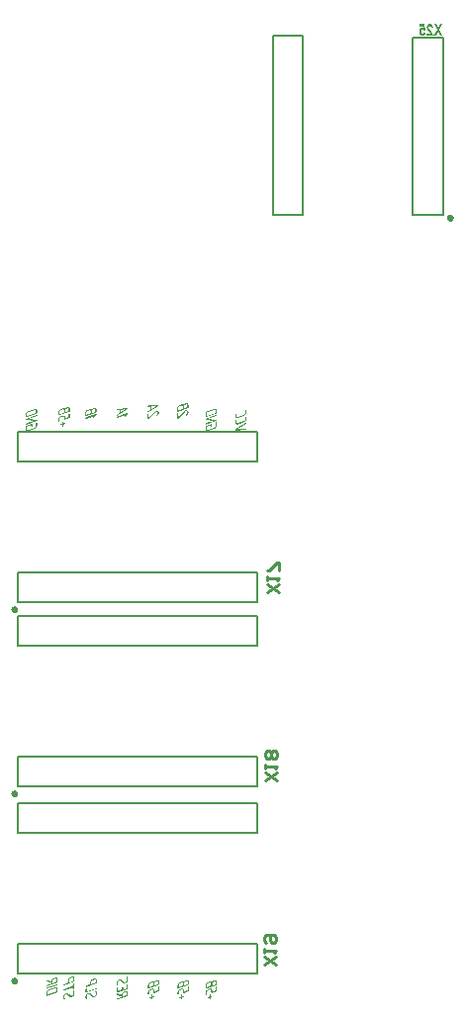
<source format=gbo>
G04*
G04 #@! TF.GenerationSoftware,Altium Limited,Altium Designer,24.2.2 (26)*
G04*
G04 Layer_Color=32896*
%FSLAX43Y43*%
%MOMM*%
G71*
G04*
G04 #@! TF.SameCoordinates,826AFC0B-8DA9-4817-B3A0-D4F6A81A9B3F*
G04*
G04*
G04 #@! TF.FilePolarity,Positive*
G04*
G01*
G75*
%ADD10C,0.600*%
%ADD12C,0.200*%
%ADD13C,0.254*%
G36*
X37721Y57418D02*
X37730Y57413D01*
X37735Y57407D01*
X37739Y57399D01*
X37740Y57393D01*
X37741Y57388D01*
Y57219D01*
X37740Y57202D01*
X37739Y57186D01*
X37731Y57154D01*
X37721Y57124D01*
X37710Y57098D01*
X37703Y57087D01*
X37698Y57077D01*
X37693Y57068D01*
X37688Y57059D01*
X37684Y57054D01*
X37680Y57049D01*
X37679Y57046D01*
X37678Y57045D01*
X37654Y57016D01*
X37628Y56991D01*
X37603Y56972D01*
X37580Y56956D01*
X37559Y56944D01*
X37551Y56941D01*
X37543Y56937D01*
X37537Y56934D01*
X37532Y56932D01*
X37529Y56930D01*
X37528D01*
X36993Y56749D01*
X36977Y56744D01*
X36962Y56741D01*
X36946Y56739D01*
X36932Y56737D01*
X36907Y56739D01*
X36884Y56744D01*
X36866Y56749D01*
X36854Y56754D01*
X36849Y56756D01*
X36845Y56759D01*
X36843Y56760D01*
X36842D01*
X36831Y56769D01*
X36822Y56778D01*
X36813Y56788D01*
X36807Y56798D01*
X36795Y56820D01*
X36788Y56842D01*
X36784Y56861D01*
X36783Y56870D01*
X36781Y56877D01*
X36780Y56882D01*
Y57057D01*
X36783Y57074D01*
X36788Y57087D01*
X36795Y57098D01*
X36804Y57107D01*
X36812Y57113D01*
X36819Y57117D01*
X36824Y57120D01*
X36827Y57121D01*
X36836Y57124D01*
X36842Y57125D01*
X36854Y57124D01*
X36863Y57118D01*
X36868Y57111D01*
X36871Y57103D01*
X36873Y57097D01*
X36874Y57092D01*
Y56923D01*
X36875Y56905D01*
X36879Y56891D01*
X36885Y56878D01*
X36892Y56867D01*
X36897Y56859D01*
X36903Y56854D01*
X36907Y56850D01*
X36908Y56849D01*
X36922Y56843D01*
X36936Y56839D01*
X36951Y56838D01*
X36965D01*
X36977Y56840D01*
X36986Y56842D01*
X36992Y56843D01*
X36995Y56844D01*
X37528Y57026D01*
X37546Y57033D01*
X37561Y57042D01*
X37576Y57054D01*
X37588Y57064D01*
X37598Y57074D01*
X37605Y57082D01*
X37611Y57087D01*
X37612Y57089D01*
X37623Y57107D01*
X37632Y57125D01*
X37639Y57140D01*
X37644Y57155D01*
X37646Y57168D01*
X37647Y57177D01*
Y57352D01*
X37650Y57369D01*
X37655Y57383D01*
X37663Y57394D01*
X37672Y57402D01*
X37679Y57408D01*
X37687Y57413D01*
X37692Y57414D01*
X37694Y57416D01*
X37703Y57418D01*
X37710Y57419D01*
X37721Y57418D01*
D02*
G37*
G36*
Y56872D02*
X37730Y56867D01*
X37735Y56861D01*
X37739Y56853D01*
X37740Y56847D01*
X37741Y56842D01*
Y56673D01*
X37740Y56656D01*
X37739Y56640D01*
X37731Y56608D01*
X37721Y56577D01*
X37710Y56552D01*
X37703Y56541D01*
X37698Y56530D01*
X37693Y56522D01*
X37688Y56513D01*
X37684Y56508D01*
X37680Y56502D01*
X37679Y56500D01*
X37678Y56499D01*
X37654Y56469D01*
X37628Y56445D01*
X37603Y56426D01*
X37580Y56410D01*
X37559Y56398D01*
X37551Y56395D01*
X37543Y56391D01*
X37537Y56388D01*
X37532Y56386D01*
X37529Y56384D01*
X37528D01*
X36993Y56203D01*
X36977Y56198D01*
X36962Y56195D01*
X36946Y56193D01*
X36932Y56191D01*
X36907Y56193D01*
X36884Y56198D01*
X36866Y56203D01*
X36854Y56208D01*
X36849Y56210D01*
X36845Y56213D01*
X36843Y56214D01*
X36842D01*
X36831Y56223D01*
X36822Y56232D01*
X36813Y56242D01*
X36807Y56252D01*
X36795Y56274D01*
X36788Y56295D01*
X36784Y56315D01*
X36783Y56323D01*
X36781Y56331D01*
X36780Y56336D01*
Y56511D01*
X36783Y56528D01*
X36788Y56541D01*
X36795Y56552D01*
X36804Y56561D01*
X36812Y56567D01*
X36819Y56571D01*
X36824Y56574D01*
X36827Y56575D01*
X36836Y56577D01*
X36842Y56579D01*
X36854Y56577D01*
X36863Y56572D01*
X36868Y56565D01*
X36871Y56557D01*
X36873Y56551D01*
X36874Y56546D01*
Y56377D01*
X36875Y56359D01*
X36879Y56345D01*
X36885Y56332D01*
X36892Y56321D01*
X36897Y56313D01*
X36903Y56308D01*
X36907Y56304D01*
X36908Y56303D01*
X36922Y56297D01*
X36936Y56293D01*
X36951Y56292D01*
X36965D01*
X36977Y56294D01*
X36986Y56295D01*
X36992Y56297D01*
X36995Y56298D01*
X37528Y56480D01*
X37546Y56487D01*
X37561Y56496D01*
X37576Y56508D01*
X37588Y56518D01*
X37598Y56528D01*
X37605Y56535D01*
X37611Y56541D01*
X37612Y56543D01*
X37623Y56561D01*
X37632Y56579D01*
X37639Y56594D01*
X37644Y56609D01*
X37646Y56622D01*
X37647Y56631D01*
Y56806D01*
X37650Y56823D01*
X37655Y56836D01*
X37663Y56848D01*
X37672Y56856D01*
X37679Y56862D01*
X37687Y56867D01*
X37692Y56868D01*
X37694Y56870D01*
X37703Y56872D01*
X37710Y56873D01*
X37721Y56872D01*
D02*
G37*
G36*
Y56322D02*
X37729Y56317D01*
X37735Y56311D01*
X37738Y56302D01*
X37739Y56295D01*
X37740Y56290D01*
Y56288D01*
X37739Y56275D01*
X37735Y56264D01*
X37729Y56254D01*
X37724Y56246D01*
X37717Y56240D01*
X37711Y56235D01*
X37707Y56232D01*
X37706Y56231D01*
X36973Y55794D01*
X37706Y55855D01*
X37717Y55854D01*
X37726Y55851D01*
X37731Y55846D01*
X37736Y55840D01*
X37739Y55833D01*
X37740Y55827D01*
Y55822D01*
X37738Y55805D01*
X37732Y55791D01*
X37726Y55781D01*
X37717Y55772D01*
X37708Y55766D01*
X37702Y55762D01*
X37697Y55760D01*
X37694Y55758D01*
X37686Y55756D01*
X37683D01*
X37682D01*
X36819Y55696D01*
X36807Y55697D01*
X36797Y55700D01*
X36790Y55705D01*
X36785Y55711D01*
X36783Y55718D01*
X36781Y55723D01*
X36780Y55727D01*
Y55728D01*
X36781Y55740D01*
X36786Y55752D01*
X36793Y55762D01*
X36800Y55771D01*
X36807Y55779D01*
X36813Y55784D01*
X36818Y55786D01*
X36819Y55787D01*
X37688Y56317D01*
X37689Y56318D01*
X37692Y56320D01*
X37693Y56321D01*
X37694D01*
X37702Y56323D01*
X37710D01*
X37721Y56322D01*
D02*
G37*
G36*
X35074Y57561D02*
X35096Y57557D01*
X35114Y57550D01*
X35126Y57545D01*
X35132Y57543D01*
X35135Y57540D01*
X35137Y57539D01*
X35138D01*
X35149Y57531D01*
X35159Y57521D01*
X35167Y57512D01*
X35175Y57502D01*
X35186Y57481D01*
X35194Y57459D01*
X35198Y57440D01*
X35200Y57431D01*
Y57423D01*
X35201Y57418D01*
Y57176D01*
X35199Y57159D01*
X35194Y57147D01*
X35186Y57135D01*
X35179Y57128D01*
X35170Y57121D01*
X35162Y57116D01*
X35157Y57115D01*
X35154Y57114D01*
X34287Y56818D01*
X34279Y56815D01*
X34272D01*
X34260Y56816D01*
X34251Y56821D01*
X34246Y56828D01*
X34243Y56835D01*
X34241Y56842D01*
X34240Y56847D01*
Y57082D01*
X34241Y57098D01*
X34243Y57115D01*
X34250Y57147D01*
X34260Y57177D01*
X34272Y57202D01*
X34277Y57214D01*
X34283Y57224D01*
X34288Y57234D01*
X34292Y57242D01*
X34297Y57247D01*
X34300Y57252D01*
X34301Y57255D01*
X34302Y57256D01*
X34326Y57285D01*
X34352Y57309D01*
X34377Y57329D01*
X34401Y57345D01*
X34422Y57356D01*
X34431Y57360D01*
X34438Y57364D01*
X34444Y57366D01*
X34450Y57369D01*
X34452Y57370D01*
X34453D01*
X34988Y57552D01*
X35005Y57557D01*
X35020Y57559D01*
X35035Y57562D01*
X35049D01*
X35074Y57561D01*
D02*
G37*
G36*
X35181Y56995D02*
X35190Y56990D01*
X35195Y56984D01*
X35199Y56975D01*
X35200Y56969D01*
X35201Y56964D01*
Y56961D01*
X35199Y56945D01*
X35194Y56932D01*
X35186Y56921D01*
X35179Y56913D01*
X35170Y56907D01*
X35162Y56901D01*
X35157Y56900D01*
X35154Y56899D01*
X34452Y56659D01*
X35173Y56595D01*
X35182Y56593D01*
X35190Y56589D01*
X35195Y56583D01*
X35198Y56576D01*
X35200Y56571D01*
X35201Y56566D01*
Y56561D01*
X35199Y56545D01*
X35194Y56532D01*
X35186Y56520D01*
X35179Y56513D01*
X35170Y56506D01*
X35162Y56501D01*
X35157Y56500D01*
X35154Y56499D01*
X34287Y56203D01*
X34279Y56200D01*
X34272D01*
X34260Y56202D01*
X34251Y56207D01*
X34246Y56213D01*
X34243Y56221D01*
X34241Y56227D01*
X34240Y56232D01*
Y56235D01*
X34243Y56251D01*
X34248Y56265D01*
X34255Y56277D01*
X34264Y56284D01*
X34272Y56291D01*
X34279Y56296D01*
X34284Y56297D01*
X34287Y56298D01*
X34989Y56537D01*
X34272Y56602D01*
X34262Y56604D01*
X34254Y56608D01*
X34248Y56614D01*
X34244Y56620D01*
X34241Y56626D01*
X34240Y56630D01*
Y56635D01*
X34243Y56651D01*
X34248Y56665D01*
X34255Y56677D01*
X34264Y56684D01*
X34272Y56691D01*
X34279Y56696D01*
X34284Y56697D01*
X34287Y56698D01*
X35154Y56994D01*
X35163Y56997D01*
X35170D01*
X35181Y56995D01*
D02*
G37*
G36*
Y56379D02*
X35190Y56374D01*
X35195Y56368D01*
X35199Y56360D01*
X35200Y56354D01*
X35201Y56349D01*
Y56113D01*
X35200Y56096D01*
X35199Y56080D01*
X35191Y56048D01*
X35181Y56019D01*
X35170Y55993D01*
X35163Y55982D01*
X35158Y55972D01*
X35153Y55962D01*
X35148Y55954D01*
X35144Y55949D01*
X35140Y55944D01*
X35139Y55941D01*
X35138Y55940D01*
X35126Y55925D01*
X35114Y55911D01*
X35088Y55887D01*
X35063Y55868D01*
X35040Y55852D01*
X35019Y55841D01*
X35011Y55836D01*
X35003Y55833D01*
X34997Y55831D01*
X34992Y55828D01*
X34989Y55827D01*
X34988D01*
X34453Y55645D01*
X34437Y55640D01*
X34422Y55637D01*
X34406Y55635D01*
X34392Y55634D01*
X34367Y55635D01*
X34344Y55639D01*
X34326Y55644D01*
X34314Y55649D01*
X34309Y55652D01*
X34305Y55654D01*
X34304Y55656D01*
X34302D01*
X34291Y55664D01*
X34282Y55673D01*
X34273Y55684D01*
X34267Y55694D01*
X34255Y55715D01*
X34248Y55737D01*
X34244Y55756D01*
X34243Y55765D01*
X34241Y55772D01*
X34240Y55778D01*
Y56019D01*
X34243Y56035D01*
X34248Y56049D01*
X34255Y56061D01*
X34264Y56068D01*
X34272Y56075D01*
X34279Y56080D01*
X34284Y56081D01*
X34287Y56082D01*
X34753Y56241D01*
X34762Y56244D01*
X34768D01*
X34780Y56242D01*
X34789Y56237D01*
X34794Y56231D01*
X34798Y56223D01*
X34799Y56217D01*
X34800Y56212D01*
Y56076D01*
X34798Y56059D01*
X34792Y56047D01*
X34785Y56035D01*
X34777Y56026D01*
X34768Y56020D01*
X34761Y56016D01*
X34756Y56014D01*
X34753Y56012D01*
X34745Y56010D01*
X34738D01*
X34726Y56011D01*
X34718Y56016D01*
X34712Y56023D01*
X34709Y56030D01*
X34707Y56037D01*
X34706Y56042D01*
Y56129D01*
X34334Y56004D01*
Y55818D01*
X34335Y55802D01*
X34339Y55786D01*
X34345Y55775D01*
X34352Y55765D01*
X34357Y55757D01*
X34363Y55751D01*
X34367Y55748D01*
X34368Y55747D01*
X34382Y55741D01*
X34396Y55737D01*
X34411Y55736D01*
X34425D01*
X34437Y55737D01*
X34446Y55738D01*
X34452Y55741D01*
X34455D01*
X34988Y55922D01*
X35006Y55930D01*
X35021Y55939D01*
X35036Y55950D01*
X35048Y55960D01*
X35058Y55971D01*
X35065Y55978D01*
X35071Y55983D01*
X35072Y55986D01*
X35083Y56004D01*
X35092Y56020D01*
X35099Y56037D01*
X35104Y56051D01*
X35106Y56063D01*
X35107Y56073D01*
Y56315D01*
X35110Y56331D01*
X35115Y56344D01*
X35123Y56355D01*
X35132Y56363D01*
X35139Y56369D01*
X35147Y56374D01*
X35152Y56376D01*
X35154Y56377D01*
X35163Y56379D01*
X35170Y56381D01*
X35181Y56379D01*
D02*
G37*
G36*
X32661Y58018D02*
X32683Y58015D01*
X32701Y58008D01*
X32713Y58003D01*
X32719Y58001D01*
X32722Y57998D01*
X32724Y57997D01*
X32725D01*
X32736Y57989D01*
X32746Y57979D01*
X32754Y57970D01*
X32762Y57960D01*
X32773Y57938D01*
X32781Y57917D01*
X32785Y57898D01*
X32787Y57889D01*
Y57881D01*
X32788Y57876D01*
Y57665D01*
X32786Y57649D01*
X32781Y57636D01*
X32773Y57625D01*
X32766Y57617D01*
X32757Y57611D01*
X32749Y57606D01*
X32744Y57604D01*
X32741Y57603D01*
X31874Y57307D01*
X31866Y57305D01*
X31859D01*
X31847Y57306D01*
X31838Y57311D01*
X31833Y57317D01*
X31830Y57325D01*
X31828Y57331D01*
X31827Y57336D01*
Y57574D01*
X31828Y57590D01*
X31830Y57606D01*
X31837Y57636D01*
X31847Y57665D01*
X31859Y57692D01*
X31870Y57714D01*
X31875Y57723D01*
X31880Y57730D01*
X31884Y57736D01*
X31888Y57742D01*
X31889Y57744D01*
X31890Y57745D01*
X31903Y57761D01*
X31916Y57776D01*
X31929Y57789D01*
X31941Y57801D01*
X31967Y57820D01*
X31990Y57837D01*
X32010Y57848D01*
X32019Y57853D01*
X32026Y57856D01*
X32033Y57858D01*
X32037Y57861D01*
X32039Y57862D01*
X32040D01*
X32174Y57908D01*
X32195Y57914D01*
X32216Y57917D01*
X32235Y57918D01*
X32251D01*
X32265Y57917D01*
X32275Y57916D01*
X32282Y57913D01*
X32284D01*
X32302Y57907D01*
X32317Y57899D01*
X32329Y57890D01*
X32339Y57881D01*
X32345Y57872D01*
X32350Y57866D01*
X32353Y57861D01*
X32354Y57860D01*
X32364Y57876D01*
X32376Y57891D01*
X32387Y57905D01*
X32400Y57918D01*
X32425Y57941D01*
X32451Y57957D01*
X32473Y57971D01*
X32482Y57977D01*
X32491Y57980D01*
X32498Y57983D01*
X32504Y57985D01*
X32506Y57987D01*
X32508D01*
X32575Y58010D01*
X32592Y58015D01*
X32607Y58017D01*
X32622Y58020D01*
X32636D01*
X32661Y58018D01*
D02*
G37*
G36*
X32626Y57432D02*
X32639Y57429D01*
X32659Y57422D01*
X32675Y57413D01*
X32687Y57404D01*
X32693Y57397D01*
X32696Y57396D01*
Y57395D01*
X32712Y57385D01*
X32726Y57373D01*
X32739Y57361D01*
X32750Y57348D01*
X32759Y57335D01*
X32767Y57322D01*
X32773Y57310D01*
X32778Y57297D01*
X32785Y57275D01*
X32787Y57265D01*
X32788Y57256D01*
X32790Y57250D01*
Y57240D01*
X32788Y57209D01*
X32782Y57181D01*
X32774Y57154D01*
X32763Y57128D01*
X32750Y57103D01*
X32736Y57080D01*
X32721Y57058D01*
X32706Y57039D01*
X32689Y57021D01*
X32674Y57006D01*
X32660Y56992D01*
X32647Y56981D01*
X32636Y56972D01*
X32628Y56966D01*
X32623Y56962D01*
X32621Y56961D01*
X32614Y56958D01*
X32609Y56955D01*
X32606Y56954D01*
X32604D01*
X32597Y56952D01*
X32589Y56950D01*
X32578Y56953D01*
X32570Y56958D01*
X32565Y56964D01*
X32561Y56972D01*
X32560Y56980D01*
X32559Y56985D01*
Y56987D01*
X32560Y56997D01*
X32564Y57007D01*
X32569Y57016D01*
X32574Y57025D01*
X32579Y57032D01*
X32584Y57037D01*
X32588Y57039D01*
X32589Y57041D01*
X32608Y57056D01*
X32625Y57071D01*
X32639Y57086D01*
X32651Y57101D01*
X32661Y57117D01*
X32670Y57131D01*
X32677Y57145D01*
X32683Y57157D01*
X32691Y57179D01*
X32692Y57189D01*
X32694Y57197D01*
Y57203D01*
X32696Y57208D01*
Y57212D01*
X32694Y57235D01*
X32689Y57254D01*
X32682Y57272D01*
X32674Y57286D01*
X32665Y57297D01*
X32659Y57305D01*
X32654Y57310D01*
X32651Y57311D01*
X32642Y57317D01*
X32633Y57322D01*
X32616Y57329D01*
X32598Y57333D01*
X32581D01*
X32567Y57331D01*
X32556Y57329D01*
X32548Y57328D01*
X32547Y57326D01*
X32546D01*
X32529Y57320D01*
X32513Y57310D01*
X32498Y57301D01*
X32484Y57291D01*
X32472Y57281D01*
X32463Y57273D01*
X32458Y57268D01*
X32456Y57265D01*
X31897Y56708D01*
X31890Y56703D01*
X31883Y56698D01*
X31878Y56696D01*
X31877Y56695D01*
X31875D01*
X31866Y56693D01*
X31859Y56691D01*
X31847Y56693D01*
X31838Y56698D01*
X31833Y56704D01*
X31830Y56710D01*
X31828Y56718D01*
X31827Y56723D01*
Y57124D01*
X31830Y57141D01*
X31835Y57155D01*
X31842Y57166D01*
X31851Y57174D01*
X31859Y57180D01*
X31866Y57185D01*
X31871Y57187D01*
X31874Y57188D01*
X31883Y57190D01*
X31889Y57192D01*
X31901Y57190D01*
X31910Y57185D01*
X31915Y57178D01*
X31918Y57170D01*
X31920Y57164D01*
X31921Y57159D01*
Y56834D01*
X32402Y57328D01*
X32429Y57352D01*
X32454Y57372D01*
X32480Y57389D01*
X32501Y57402D01*
X32520Y57411D01*
X32528Y57415D01*
X32534Y57418D01*
X32539Y57420D01*
X32543Y57422D01*
X32546Y57423D01*
X32547D01*
X32565Y57428D01*
X32583Y57432D01*
X32598Y57433D01*
X32613D01*
X32626Y57432D01*
D02*
G37*
G36*
X30232Y57878D02*
X30238Y57873D01*
X30243Y57866D01*
X30246Y57860D01*
X30248Y57855D01*
Y57850D01*
X30247Y57837D01*
X30242Y57826D01*
X30236Y57815D01*
X30228Y57807D01*
X30220Y57800D01*
X30214Y57794D01*
X30209Y57791D01*
X30208Y57790D01*
X29338Y57260D01*
X29337Y57259D01*
X29335Y57258D01*
X29334D01*
X29326Y57255D01*
X29319Y57254D01*
X29307Y57255D01*
X29300Y57260D01*
X29295Y57268D01*
X29291Y57276D01*
X29290Y57282D01*
X29288Y57287D01*
Y57290D01*
X29290Y57302D01*
X29293Y57314D01*
X29300Y57324D01*
X29306Y57332D01*
X29311Y57338D01*
X29317Y57343D01*
X29321Y57346D01*
X29323Y57347D01*
X29555Y57488D01*
Y57739D01*
X29323Y57723D01*
X29311Y57724D01*
X29302Y57727D01*
X29297Y57732D01*
X29292Y57738D01*
X29290Y57744D01*
X29288Y57751D01*
Y57756D01*
X29291Y57772D01*
X29296Y57786D01*
X29302Y57798D01*
X29311Y57805D01*
X29320Y57812D01*
X29326Y57817D01*
X29331Y57818D01*
X29334Y57819D01*
X29343Y57822D01*
X29345D01*
X29347D01*
X30208Y57881D01*
X30222D01*
X30232Y57878D01*
D02*
G37*
G36*
X30086Y57382D02*
X30099Y57380D01*
X30119Y57372D01*
X30135Y57363D01*
X30147Y57354D01*
X30153Y57348D01*
X30156Y57347D01*
Y57346D01*
X30172Y57335D01*
X30186Y57324D01*
X30199Y57311D01*
X30210Y57299D01*
X30219Y57286D01*
X30227Y57273D01*
X30233Y57260D01*
X30238Y57248D01*
X30245Y57226D01*
X30247Y57216D01*
X30248Y57207D01*
X30250Y57201D01*
Y57191D01*
X30248Y57160D01*
X30242Y57132D01*
X30234Y57104D01*
X30223Y57079D01*
X30210Y57053D01*
X30196Y57031D01*
X30181Y57009D01*
X30166Y56990D01*
X30149Y56972D01*
X30134Y56957D01*
X30120Y56943D01*
X30107Y56931D01*
X30096Y56923D01*
X30088Y56916D01*
X30083Y56912D01*
X30081Y56911D01*
X30074Y56909D01*
X30069Y56906D01*
X30066Y56905D01*
X30064D01*
X30057Y56902D01*
X30049Y56901D01*
X30038Y56904D01*
X30030Y56909D01*
X30025Y56915D01*
X30021Y56923D01*
X30020Y56930D01*
X30019Y56935D01*
Y56938D01*
X30020Y56948D01*
X30024Y56958D01*
X30029Y56967D01*
X30034Y56976D01*
X30039Y56982D01*
X30044Y56987D01*
X30048Y56990D01*
X30049Y56991D01*
X30068Y57006D01*
X30085Y57022D01*
X30099Y57037D01*
X30111Y57052D01*
X30121Y57067D01*
X30130Y57081D01*
X30137Y57095D01*
X30143Y57108D01*
X30151Y57130D01*
X30152Y57140D01*
X30154Y57147D01*
Y57154D01*
X30156Y57159D01*
Y57163D01*
X30154Y57185D01*
X30149Y57205D01*
X30142Y57222D01*
X30134Y57236D01*
X30125Y57248D01*
X30119Y57255D01*
X30114Y57260D01*
X30111Y57262D01*
X30102Y57268D01*
X30093Y57273D01*
X30076Y57279D01*
X30058Y57283D01*
X30041D01*
X30027Y57282D01*
X30016Y57279D01*
X30008Y57278D01*
X30007Y57277D01*
X30006D01*
X29989Y57271D01*
X29973Y57260D01*
X29958Y57252D01*
X29944Y57241D01*
X29932Y57231D01*
X29923Y57224D01*
X29918Y57219D01*
X29916Y57216D01*
X29357Y56658D01*
X29351Y56653D01*
X29343Y56648D01*
X29338Y56647D01*
X29337Y56646D01*
X29335D01*
X29326Y56643D01*
X29319Y56642D01*
X29307Y56643D01*
X29298Y56648D01*
X29293Y56655D01*
X29290Y56661D01*
X29288Y56669D01*
X29287Y56674D01*
Y57075D01*
X29290Y57092D01*
X29295Y57105D01*
X29302Y57117D01*
X29311Y57125D01*
X29319Y57131D01*
X29326Y57136D01*
X29331Y57137D01*
X29334Y57139D01*
X29343Y57141D01*
X29349Y57142D01*
X29361Y57141D01*
X29370Y57136D01*
X29375Y57128D01*
X29378Y57121D01*
X29380Y57114D01*
X29381Y57109D01*
Y56784D01*
X29862Y57278D01*
X29889Y57302D01*
X29914Y57323D01*
X29940Y57339D01*
X29961Y57353D01*
X29980Y57362D01*
X29988Y57366D01*
X29994Y57368D01*
X29999Y57371D01*
X30003Y57372D01*
X30006Y57373D01*
X30007D01*
X30025Y57379D01*
X30043Y57382D01*
X30058Y57384D01*
X30073D01*
X30086Y57382D01*
D02*
G37*
G36*
X27565Y57584D02*
X27571Y57579D01*
X27576Y57572D01*
X27579Y57566D01*
X27581Y57561D01*
Y57556D01*
X27580Y57543D01*
X27575Y57532D01*
X27569Y57522D01*
X27561Y57513D01*
X27553Y57506D01*
X27547Y57500D01*
X27542Y57497D01*
X27541Y57496D01*
X26671Y56967D01*
X26670Y56965D01*
X26668Y56964D01*
X26667D01*
X26659Y56961D01*
X26652Y56960D01*
X26640Y56961D01*
X26633Y56967D01*
X26628Y56974D01*
X26624Y56982D01*
X26623Y56988D01*
X26621Y56993D01*
Y56996D01*
X26623Y57008D01*
X26626Y57020D01*
X26633Y57030D01*
X26639Y57038D01*
X26644Y57044D01*
X26650Y57049D01*
X26654Y57052D01*
X26656Y57053D01*
X26888Y57194D01*
Y57445D01*
X26656Y57429D01*
X26644Y57430D01*
X26635Y57433D01*
X26630Y57438D01*
X26625Y57444D01*
X26623Y57450D01*
X26621Y57457D01*
Y57462D01*
X26624Y57478D01*
X26629Y57492D01*
X26635Y57504D01*
X26644Y57511D01*
X26653Y57518D01*
X26659Y57523D01*
X26664Y57524D01*
X26667Y57525D01*
X26676Y57528D01*
X26678D01*
X26680D01*
X27541Y57588D01*
X27555D01*
X27565Y57584D01*
D02*
G37*
G36*
X27561Y57147D02*
X27569Y57142D01*
X27575Y57134D01*
X27578Y57127D01*
X27579Y57120D01*
X27580Y57115D01*
Y57113D01*
X27578Y57099D01*
X27574Y57086D01*
X27571Y57081D01*
X27570Y57077D01*
X27567Y57076D01*
Y57074D01*
X27363Y56803D01*
X27354Y56794D01*
X27345Y56787D01*
X27338Y56784D01*
X27336Y56782D01*
X27335D01*
X27329Y56781D01*
X27321Y56780D01*
X27311Y56781D01*
X27303Y56784D01*
X27302Y56785D01*
X27301D01*
X27296Y56789D01*
X27293Y56794D01*
X27288Y56803D01*
X27287Y56810D01*
Y56814D01*
X27288Y56820D01*
X27289Y56827D01*
X27294Y56840D01*
X27297Y56845D01*
X27298Y56847D01*
X27301Y56850D01*
Y56851D01*
X27440Y57017D01*
X26667Y56754D01*
X26659Y56752D01*
X26652D01*
X26640Y56753D01*
X26631Y56758D01*
X26626Y56765D01*
X26623Y56772D01*
X26621Y56779D01*
X26620Y56784D01*
Y56786D01*
X26623Y56803D01*
X26628Y56817D01*
X26635Y56828D01*
X26644Y56836D01*
X26652Y56842D01*
X26659Y56847D01*
X26664Y56848D01*
X26667Y56850D01*
X27534Y57144D01*
X27542Y57147D01*
X27550Y57148D01*
X27561Y57147D01*
D02*
G37*
G36*
X24787Y57626D02*
X24809Y57622D01*
X24827Y57616D01*
X24839Y57611D01*
X24845Y57608D01*
X24848Y57606D01*
X24850Y57604D01*
X24851D01*
X24862Y57597D01*
X24872Y57586D01*
X24880Y57578D01*
X24888Y57567D01*
X24899Y57546D01*
X24907Y57524D01*
X24911Y57505D01*
X24913Y57496D01*
Y57489D01*
X24914Y57484D01*
Y57273D01*
X24912Y57256D01*
X24907Y57244D01*
X24899Y57232D01*
X24892Y57225D01*
X24883Y57218D01*
X24875Y57213D01*
X24870Y57212D01*
X24867Y57211D01*
X24000Y56915D01*
X23992Y56912D01*
X23985D01*
X23973Y56913D01*
X23964Y56918D01*
X23959Y56925D01*
X23956Y56932D01*
X23954Y56939D01*
X23953Y56944D01*
Y57181D01*
X23954Y57198D01*
X23956Y57213D01*
X23963Y57244D01*
X23973Y57273D01*
X23985Y57299D01*
X23996Y57321D01*
X24001Y57330D01*
X24006Y57338D01*
X24010Y57344D01*
X24014Y57349D01*
X24015Y57352D01*
X24017Y57353D01*
X24029Y57368D01*
X24042Y57383D01*
X24055Y57396D01*
X24067Y57409D01*
X24093Y57428D01*
X24116Y57444D01*
X24136Y57456D01*
X24145Y57461D01*
X24152Y57463D01*
X24159Y57466D01*
X24163Y57468D01*
X24165Y57470D01*
X24166D01*
X24300Y57515D01*
X24321Y57522D01*
X24342Y57524D01*
X24361Y57526D01*
X24377D01*
X24391Y57524D01*
X24401Y57523D01*
X24408Y57520D01*
X24410D01*
X24428Y57514D01*
X24443Y57506D01*
X24455Y57498D01*
X24465Y57489D01*
X24471Y57480D01*
X24476Y57473D01*
X24479Y57468D01*
X24480Y57467D01*
X24490Y57484D01*
X24502Y57499D01*
X24513Y57513D01*
X24526Y57526D01*
X24551Y57548D01*
X24577Y57565D01*
X24599Y57579D01*
X24608Y57584D01*
X24617Y57588D01*
X24624Y57590D01*
X24630Y57593D01*
X24632Y57594D01*
X24634D01*
X24701Y57617D01*
X24718Y57622D01*
X24733Y57625D01*
X24748Y57627D01*
X24762D01*
X24787Y57626D01*
D02*
G37*
G36*
X24894Y57098D02*
X24902Y57092D01*
X24908Y57085D01*
X24911Y57077D01*
X24912Y57071D01*
X24913Y57066D01*
Y57063D01*
X24911Y57049D01*
X24907Y57037D01*
X24904Y57031D01*
X24903Y57028D01*
X24900Y57026D01*
Y57025D01*
X24696Y56753D01*
X24687Y56744D01*
X24678Y56738D01*
X24671Y56734D01*
X24669Y56733D01*
X24668D01*
X24662Y56732D01*
X24654Y56730D01*
X24644Y56732D01*
X24636Y56734D01*
X24635Y56736D01*
X24634D01*
X24629Y56739D01*
X24626Y56744D01*
X24621Y56753D01*
X24620Y56761D01*
Y56765D01*
X24621Y56771D01*
X24622Y56777D01*
X24627Y56790D01*
X24630Y56795D01*
X24631Y56798D01*
X24634Y56800D01*
Y56802D01*
X24773Y56968D01*
X24000Y56705D01*
X23992Y56703D01*
X23985D01*
X23973Y56704D01*
X23964Y56709D01*
X23959Y56715D01*
X23956Y56723D01*
X23954Y56729D01*
X23953Y56734D01*
Y56737D01*
X23956Y56753D01*
X23961Y56767D01*
X23968Y56779D01*
X23977Y56786D01*
X23985Y56793D01*
X23992Y56798D01*
X23997Y56799D01*
X24000Y56800D01*
X24867Y57095D01*
X24875Y57098D01*
X24883Y57099D01*
X24894Y57098D01*
D02*
G37*
G36*
X22501Y57684D02*
X22523Y57680D01*
X22541Y57674D01*
X22553Y57668D01*
X22559Y57666D01*
X22562Y57663D01*
X22564Y57662D01*
X22565D01*
X22576Y57654D01*
X22586Y57644D01*
X22594Y57635D01*
X22602Y57625D01*
X22613Y57604D01*
X22621Y57582D01*
X22625Y57563D01*
X22627Y57554D01*
Y57547D01*
X22628Y57541D01*
Y57331D01*
X22626Y57314D01*
X22621Y57301D01*
X22613Y57290D01*
X22606Y57282D01*
X22597Y57276D01*
X22589Y57271D01*
X22584Y57270D01*
X22581Y57268D01*
X21714Y56972D01*
X21706Y56970D01*
X21699D01*
X21687Y56971D01*
X21678Y56976D01*
X21673Y56983D01*
X21670Y56990D01*
X21668Y56997D01*
X21667Y57002D01*
Y57239D01*
X21668Y57256D01*
X21670Y57271D01*
X21677Y57301D01*
X21687Y57331D01*
X21699Y57357D01*
X21710Y57379D01*
X21715Y57388D01*
X21720Y57395D01*
X21724Y57402D01*
X21728Y57407D01*
X21729Y57409D01*
X21730Y57411D01*
X21743Y57426D01*
X21756Y57441D01*
X21769Y57454D01*
X21781Y57467D01*
X21807Y57486D01*
X21830Y57502D01*
X21850Y57514D01*
X21859Y57519D01*
X21866Y57521D01*
X21873Y57524D01*
X21877Y57526D01*
X21879Y57527D01*
X21880D01*
X22014Y57573D01*
X22035Y57580D01*
X22056Y57582D01*
X22075Y57583D01*
X22091D01*
X22105Y57582D01*
X22115Y57581D01*
X22122Y57578D01*
X22124D01*
X22142Y57572D01*
X22157Y57564D01*
X22169Y57555D01*
X22179Y57547D01*
X22185Y57538D01*
X22190Y57531D01*
X22193Y57526D01*
X22194Y57525D01*
X22204Y57541D01*
X22216Y57557D01*
X22227Y57571D01*
X22240Y57583D01*
X22265Y57606D01*
X22291Y57623D01*
X22313Y57637D01*
X22322Y57642D01*
X22331Y57646D01*
X22338Y57648D01*
X22344Y57651D01*
X22346Y57652D01*
X22348D01*
X22415Y57675D01*
X22432Y57680D01*
X22447Y57682D01*
X22462Y57685D01*
X22476D01*
X22501Y57684D01*
D02*
G37*
G36*
X22608Y57153D02*
X22617Y57148D01*
X22622Y57141D01*
X22626Y57134D01*
X22627Y57127D01*
X22628Y57122D01*
Y56786D01*
X22626Y56769D01*
X22621Y56757D01*
X22613Y56745D01*
X22606Y56738D01*
X22597Y56731D01*
X22589Y56726D01*
X22584Y56725D01*
X22581Y56724D01*
X22180Y56586D01*
X22172Y56584D01*
X22165Y56583D01*
X22153Y56584D01*
X22145Y56589D01*
X22139Y56597D01*
X22136Y56604D01*
X22134Y56611D01*
X22133Y56616D01*
Y56786D01*
X22132Y56802D01*
X22128Y56818D01*
X22122Y56829D01*
X22115Y56839D01*
X22109Y56847D01*
X22103Y56853D01*
X22099Y56856D01*
X22098Y56857D01*
X22084Y56865D01*
X22070Y56868D01*
X22056Y56870D01*
X22043D01*
X22031Y56868D01*
X22021Y56867D01*
X22016Y56866D01*
X22014Y56865D01*
X21880Y56819D01*
X21863Y56811D01*
X21846Y56802D01*
X21832Y56791D01*
X21819Y56781D01*
X21809Y56771D01*
X21802Y56762D01*
X21797Y56757D01*
X21795Y56754D01*
X21784Y56736D01*
X21775Y56720D01*
X21770Y56703D01*
X21765Y56689D01*
X21762Y56677D01*
X21761Y56668D01*
Y56491D01*
X21758Y56475D01*
X21753Y56462D01*
X21746Y56451D01*
X21738Y56442D01*
X21729Y56435D01*
X21722Y56431D01*
X21717Y56429D01*
X21714Y56428D01*
X21706Y56425D01*
X21699D01*
X21687Y56426D01*
X21678Y56431D01*
X21673Y56438D01*
X21670Y56445D01*
X21668Y56452D01*
X21667Y56457D01*
Y56627D01*
X21668Y56644D01*
X21670Y56660D01*
X21677Y56691D01*
X21687Y56720D01*
X21699Y56745D01*
X21710Y56768D01*
X21715Y56777D01*
X21719Y56785D01*
X21724Y56790D01*
X21727Y56795D01*
X21728Y56797D01*
X21729Y56798D01*
X21753Y56828D01*
X21779Y56852D01*
X21804Y56872D01*
X21828Y56887D01*
X21849Y56899D01*
X21858Y56903D01*
X21865Y56906D01*
X21871Y56909D01*
X21877Y56912D01*
X21879Y56913D01*
X21880D01*
X22014Y56959D01*
X22030Y56964D01*
X22045Y56966D01*
X22061Y56969D01*
X22075D01*
X22100Y56967D01*
X22122Y56964D01*
X22139Y56959D01*
X22152Y56953D01*
X22157Y56951D01*
X22161Y56948D01*
X22162Y56947D01*
X22164D01*
X22175Y56939D01*
X22185Y56929D01*
X22193Y56920D01*
X22200Y56910D01*
X22212Y56889D01*
X22219Y56867D01*
X22223Y56848D01*
X22226Y56839D01*
Y56832D01*
X22227Y56826D01*
Y56697D01*
X22534Y56802D01*
Y57088D01*
X22537Y57105D01*
X22542Y57117D01*
X22550Y57129D01*
X22559Y57136D01*
X22566Y57143D01*
X22574Y57148D01*
X22579Y57149D01*
X22581Y57150D01*
X22590Y57153D01*
X22597Y57154D01*
X22608Y57153D01*
D02*
G37*
G36*
X22040Y56452D02*
X22049Y56447D01*
X22054Y56440D01*
X22058Y56433D01*
X22059Y56426D01*
X22061Y56421D01*
Y56299D01*
X22181Y56340D01*
X22190Y56343D01*
X22197Y56344D01*
X22208Y56343D01*
X22217Y56337D01*
X22222Y56330D01*
X22226Y56322D01*
X22227Y56316D01*
X22228Y56311D01*
Y56308D01*
X22226Y56292D01*
X22221Y56279D01*
X22213Y56268D01*
X22205Y56259D01*
X22197Y56252D01*
X22189Y56249D01*
X22184Y56246D01*
X22181Y56245D01*
X22061Y56204D01*
Y56085D01*
X22058Y56068D01*
X22053Y56054D01*
X22045Y56044D01*
X22038Y56035D01*
X22029Y56029D01*
X22021Y56025D01*
X22016Y56023D01*
X22014Y56021D01*
X22006Y56019D01*
X21998Y56017D01*
X21987Y56019D01*
X21978Y56024D01*
X21973Y56031D01*
X21969Y56039D01*
X21968Y56045D01*
X21967Y56050D01*
Y56172D01*
X21847Y56132D01*
X21840Y56129D01*
X21832Y56128D01*
X21821Y56129D01*
X21812Y56134D01*
X21807Y56142D01*
X21803Y56150D01*
X21802Y56156D01*
X21800Y56161D01*
Y56163D01*
X21803Y56180D01*
X21808Y56193D01*
X21816Y56204D01*
X21824Y56213D01*
X21832Y56219D01*
X21840Y56223D01*
X21845Y56226D01*
X21847Y56227D01*
X21967Y56268D01*
Y56387D01*
X21969Y56404D01*
X21974Y56416D01*
X21982Y56428D01*
X21991Y56437D01*
X21998Y56443D01*
X22006Y56447D01*
X22011Y56449D01*
X22014Y56451D01*
X22023Y56453D01*
X22029D01*
X22040Y56452D01*
D02*
G37*
G36*
X19707Y57561D02*
X19729Y57557D01*
X19747Y57550D01*
X19759Y57545D01*
X19765Y57543D01*
X19768Y57540D01*
X19770Y57539D01*
X19771D01*
X19782Y57531D01*
X19792Y57521D01*
X19800Y57512D01*
X19808Y57502D01*
X19819Y57481D01*
X19827Y57459D01*
X19831Y57440D01*
X19833Y57431D01*
Y57423D01*
X19834Y57418D01*
Y57176D01*
X19832Y57159D01*
X19827Y57147D01*
X19819Y57135D01*
X19812Y57128D01*
X19803Y57121D01*
X19795Y57116D01*
X19790Y57115D01*
X19787Y57114D01*
X18920Y56818D01*
X18912Y56815D01*
X18905D01*
X18893Y56816D01*
X18884Y56821D01*
X18879Y56828D01*
X18876Y56835D01*
X18874Y56842D01*
X18873Y56847D01*
Y57082D01*
X18874Y57098D01*
X18876Y57115D01*
X18883Y57147D01*
X18893Y57177D01*
X18905Y57202D01*
X18910Y57214D01*
X18916Y57224D01*
X18921Y57234D01*
X18925Y57242D01*
X18930Y57247D01*
X18933Y57252D01*
X18934Y57255D01*
X18935Y57256D01*
X18959Y57285D01*
X18985Y57309D01*
X19010Y57329D01*
X19034Y57345D01*
X19055Y57356D01*
X19063Y57360D01*
X19071Y57364D01*
X19077Y57366D01*
X19083Y57369D01*
X19085Y57370D01*
X19086D01*
X19621Y57552D01*
X19638Y57557D01*
X19653Y57559D01*
X19668Y57562D01*
X19682D01*
X19707Y57561D01*
D02*
G37*
G36*
X19814Y56995D02*
X19823Y56990D01*
X19828Y56984D01*
X19832Y56975D01*
X19833Y56969D01*
X19834Y56964D01*
Y56961D01*
X19832Y56945D01*
X19827Y56932D01*
X19819Y56921D01*
X19812Y56913D01*
X19803Y56907D01*
X19795Y56901D01*
X19790Y56900D01*
X19787Y56899D01*
X19085Y56659D01*
X19806Y56595D01*
X19815Y56593D01*
X19823Y56589D01*
X19828Y56583D01*
X19831Y56576D01*
X19833Y56571D01*
X19834Y56566D01*
Y56561D01*
X19832Y56545D01*
X19827Y56532D01*
X19819Y56520D01*
X19812Y56513D01*
X19803Y56506D01*
X19795Y56501D01*
X19790Y56500D01*
X19787Y56499D01*
X18920Y56203D01*
X18912Y56200D01*
X18905D01*
X18893Y56202D01*
X18884Y56207D01*
X18879Y56213D01*
X18876Y56221D01*
X18874Y56227D01*
X18873Y56232D01*
Y56235D01*
X18876Y56251D01*
X18881Y56265D01*
X18888Y56277D01*
X18897Y56284D01*
X18905Y56291D01*
X18912Y56296D01*
X18917Y56297D01*
X18920Y56298D01*
X19622Y56537D01*
X18905Y56602D01*
X18895Y56604D01*
X18887Y56608D01*
X18881Y56614D01*
X18877Y56620D01*
X18874Y56626D01*
X18873Y56630D01*
Y56635D01*
X18876Y56651D01*
X18881Y56665D01*
X18888Y56677D01*
X18897Y56684D01*
X18905Y56691D01*
X18912Y56696D01*
X18917Y56697D01*
X18920Y56698D01*
X19787Y56994D01*
X19796Y56997D01*
X19803D01*
X19814Y56995D01*
D02*
G37*
G36*
Y56379D02*
X19823Y56374D01*
X19828Y56368D01*
X19832Y56360D01*
X19833Y56354D01*
X19834Y56349D01*
Y56113D01*
X19833Y56096D01*
X19832Y56080D01*
X19824Y56048D01*
X19814Y56019D01*
X19803Y55993D01*
X19796Y55982D01*
X19791Y55972D01*
X19786Y55962D01*
X19781Y55954D01*
X19777Y55949D01*
X19773Y55944D01*
X19772Y55941D01*
X19771Y55940D01*
X19759Y55925D01*
X19747Y55911D01*
X19721Y55887D01*
X19696Y55868D01*
X19673Y55852D01*
X19652Y55841D01*
X19644Y55836D01*
X19636Y55833D01*
X19630Y55831D01*
X19625Y55828D01*
X19622Y55827D01*
X19621D01*
X19086Y55645D01*
X19070Y55640D01*
X19055Y55637D01*
X19039Y55635D01*
X19025Y55634D01*
X19000Y55635D01*
X18977Y55639D01*
X18959Y55644D01*
X18947Y55649D01*
X18942Y55652D01*
X18938Y55654D01*
X18937Y55656D01*
X18935D01*
X18924Y55664D01*
X18915Y55673D01*
X18906Y55684D01*
X18900Y55694D01*
X18888Y55715D01*
X18881Y55737D01*
X18877Y55756D01*
X18876Y55765D01*
X18874Y55772D01*
X18873Y55778D01*
Y56019D01*
X18876Y56035D01*
X18881Y56049D01*
X18888Y56061D01*
X18897Y56068D01*
X18905Y56075D01*
X18912Y56080D01*
X18917Y56081D01*
X18920Y56082D01*
X19386Y56241D01*
X19395Y56244D01*
X19401D01*
X19413Y56242D01*
X19422Y56237D01*
X19427Y56231D01*
X19431Y56223D01*
X19432Y56217D01*
X19433Y56212D01*
Y56076D01*
X19431Y56059D01*
X19425Y56047D01*
X19418Y56035D01*
X19410Y56026D01*
X19401Y56020D01*
X19394Y56016D01*
X19389Y56014D01*
X19386Y56012D01*
X19378Y56010D01*
X19371D01*
X19359Y56011D01*
X19351Y56016D01*
X19345Y56023D01*
X19342Y56030D01*
X19340Y56037D01*
X19339Y56042D01*
Y56129D01*
X18967Y56004D01*
Y55818D01*
X18968Y55802D01*
X18972Y55786D01*
X18978Y55775D01*
X18985Y55765D01*
X18990Y55757D01*
X18996Y55751D01*
X19000Y55748D01*
X19001Y55747D01*
X19015Y55741D01*
X19029Y55737D01*
X19044Y55736D01*
X19058D01*
X19070Y55737D01*
X19079Y55738D01*
X19085Y55741D01*
X19088D01*
X19621Y55922D01*
X19639Y55930D01*
X19654Y55939D01*
X19669Y55950D01*
X19681Y55960D01*
X19691Y55971D01*
X19698Y55978D01*
X19704Y55983D01*
X19705Y55986D01*
X19716Y56004D01*
X19725Y56020D01*
X19732Y56037D01*
X19737Y56051D01*
X19739Y56063D01*
X19740Y56073D01*
Y56315D01*
X19743Y56331D01*
X19748Y56344D01*
X19756Y56355D01*
X19765Y56363D01*
X19772Y56369D01*
X19780Y56374D01*
X19785Y56376D01*
X19787Y56377D01*
X19796Y56379D01*
X19803Y56381D01*
X19814Y56379D01*
D02*
G37*
G36*
X21459Y8916D02*
X21481Y8912D01*
X21499Y8906D01*
X21511Y8901D01*
X21517Y8898D01*
X21520Y8896D01*
X21522Y8894D01*
X21523D01*
X21534Y8887D01*
X21544Y8877D01*
X21552Y8868D01*
X21560Y8857D01*
X21571Y8836D01*
X21579Y8814D01*
X21583Y8795D01*
X21585Y8786D01*
Y8779D01*
X21586Y8774D01*
Y8531D01*
X21584Y8515D01*
X21579Y8502D01*
X21571Y8490D01*
X21564Y8483D01*
X21555Y8476D01*
X21547Y8471D01*
X21542Y8470D01*
X21539Y8469D01*
X20672Y8173D01*
X20664Y8170D01*
X20657D01*
X20645Y8172D01*
X20636Y8177D01*
X20631Y8183D01*
X20628Y8191D01*
X20626Y8197D01*
X20625Y8202D01*
Y8205D01*
X20628Y8221D01*
X20633Y8235D01*
X20640Y8247D01*
X20649Y8254D01*
X20657Y8261D01*
X20664Y8266D01*
X20669Y8267D01*
X20672Y8268D01*
X21026Y8389D01*
Y8480D01*
X20658Y8574D01*
X20647Y8577D01*
X20639Y8581D01*
X20633Y8586D01*
X20629Y8591D01*
X20626Y8596D01*
X20625Y8600D01*
Y8603D01*
X20628Y8617D01*
X20631Y8630D01*
X20634Y8634D01*
X20635Y8638D01*
X20638Y8640D01*
Y8642D01*
X20643Y8649D01*
X20649Y8654D01*
X20659Y8663D01*
X20668Y8667D01*
X20669Y8668D01*
X20671D01*
X20680Y8670D01*
X20687Y8671D01*
X20692Y8670D01*
X20695D01*
X21026Y8578D01*
X21028Y8593D01*
X21029Y8609D01*
X21035Y8638D01*
X21045Y8666D01*
X21057Y8691D01*
X21067Y8713D01*
X21072Y8722D01*
X21077Y8729D01*
X21081Y8734D01*
X21083Y8739D01*
X21086Y8742D01*
Y8743D01*
X21097Y8758D01*
X21110Y8774D01*
X21136Y8798D01*
X21161Y8818D01*
X21185Y8835D01*
X21207Y8847D01*
X21216Y8851D01*
X21224Y8855D01*
X21231Y8857D01*
X21236Y8860D01*
X21238Y8861D01*
X21240D01*
X21373Y8907D01*
X21390Y8912D01*
X21405Y8915D01*
X21420Y8917D01*
X21434D01*
X21459Y8916D01*
D02*
G37*
G36*
X21566Y8358D02*
X21575Y8353D01*
X21580Y8347D01*
X21584Y8338D01*
X21585Y8332D01*
X21586Y8327D01*
Y8324D01*
X21584Y8308D01*
X21579Y8295D01*
X21571Y8283D01*
X21564Y8276D01*
X21555Y8269D01*
X21547Y8264D01*
X21542Y8263D01*
X21539Y8262D01*
X20672Y7966D01*
X20664Y7963D01*
X20657D01*
X20645Y7965D01*
X20636Y7970D01*
X20631Y7976D01*
X20628Y7984D01*
X20626Y7990D01*
X20625Y7995D01*
Y7998D01*
X20628Y8014D01*
X20633Y8028D01*
X20640Y8040D01*
X20649Y8047D01*
X20657Y8054D01*
X20664Y8059D01*
X20669Y8060D01*
X20672Y8061D01*
X21539Y8357D01*
X21548Y8360D01*
X21555D01*
X21566Y8358D01*
D02*
G37*
G36*
X21459Y8095D02*
X21481Y8092D01*
X21499Y8085D01*
X21511Y8080D01*
X21517Y8078D01*
X21520Y8075D01*
X21522Y8074D01*
X21523D01*
X21534Y8066D01*
X21544Y8056D01*
X21552Y8047D01*
X21560Y8037D01*
X21571Y8015D01*
X21579Y7994D01*
X21583Y7975D01*
X21585Y7966D01*
Y7958D01*
X21586Y7953D01*
Y7711D01*
X21584Y7694D01*
X21579Y7681D01*
X21571Y7670D01*
X21564Y7662D01*
X21555Y7656D01*
X21547Y7651D01*
X21542Y7650D01*
X21539Y7648D01*
X20672Y7353D01*
X20664Y7350D01*
X20657D01*
X20645Y7351D01*
X20636Y7356D01*
X20631Y7363D01*
X20628Y7370D01*
X20626Y7377D01*
X20625Y7382D01*
Y7617D01*
X20626Y7633D01*
X20628Y7650D01*
X20635Y7681D01*
X20645Y7712D01*
X20657Y7737D01*
X20662Y7749D01*
X20668Y7759D01*
X20673Y7769D01*
X20677Y7777D01*
X20682Y7782D01*
X20685Y7787D01*
X20686Y7789D01*
X20687Y7791D01*
X20711Y7820D01*
X20737Y7844D01*
X20762Y7864D01*
X20786Y7880D01*
X20807Y7891D01*
X20816Y7895D01*
X20823Y7899D01*
X20829Y7901D01*
X20835Y7904D01*
X20837Y7905D01*
X20838D01*
X21373Y8087D01*
X21390Y8092D01*
X21405Y8094D01*
X21420Y8097D01*
X21434D01*
X21459Y8095D01*
D02*
G37*
G36*
X22905Y8988D02*
X22927Y8984D01*
X22945Y8978D01*
X22957Y8973D01*
X22963Y8970D01*
X22966Y8968D01*
X22968Y8966D01*
X22969D01*
X22980Y8959D01*
X22990Y8949D01*
X22998Y8940D01*
X23006Y8929D01*
X23017Y8908D01*
X23025Y8886D01*
X23029Y8867D01*
X23031Y8858D01*
Y8851D01*
X23032Y8846D01*
Y8603D01*
X23030Y8587D01*
X23025Y8574D01*
X23017Y8562D01*
X23010Y8555D01*
X23001Y8548D01*
X22993Y8543D01*
X22988Y8542D01*
X22985Y8541D01*
X22119Y8246D01*
X22112Y8244D01*
X22104Y8242D01*
X22093Y8244D01*
X22084Y8249D01*
X22079Y8255D01*
X22075Y8263D01*
X22074Y8269D01*
X22072Y8274D01*
Y8277D01*
X22075Y8293D01*
X22080Y8307D01*
X22088Y8319D01*
X22096Y8327D01*
X22104Y8334D01*
X22112Y8338D01*
X22117Y8340D01*
X22119Y8341D01*
X22472Y8461D01*
Y8646D01*
X22474Y8663D01*
X22475Y8679D01*
X22482Y8711D01*
X22491Y8740D01*
X22503Y8766D01*
X22509Y8777D01*
X22514Y8787D01*
X22519Y8797D01*
X22524Y8805D01*
X22528Y8810D01*
X22531Y8815D01*
X22532Y8818D01*
X22533Y8819D01*
X22557Y8848D01*
X22583Y8872D01*
X22608Y8893D01*
X22632Y8908D01*
X22653Y8919D01*
X22662Y8923D01*
X22669Y8927D01*
X22676Y8929D01*
X22681Y8932D01*
X22683Y8933D01*
X22684D01*
X22819Y8979D01*
X22836Y8984D01*
X22851Y8987D01*
X22866Y8989D01*
X22880D01*
X22905Y8988D01*
D02*
G37*
G36*
X23012Y8423D02*
X23021Y8418D01*
X23026Y8411D01*
X23030Y8404D01*
X23031Y8397D01*
X23032Y8392D01*
Y7987D01*
X23030Y7971D01*
X23025Y7958D01*
X23017Y7946D01*
X23010Y7939D01*
X23001Y7933D01*
X22993Y7927D01*
X22988Y7926D01*
X22985Y7925D01*
X22978Y7922D01*
X22970Y7921D01*
X22959Y7922D01*
X22950Y7927D01*
X22945Y7934D01*
X22941Y7941D01*
X22940Y7948D01*
X22938Y7953D01*
Y8109D01*
X22118Y7830D01*
X22110Y7827D01*
X22103D01*
X22091Y7828D01*
X22082Y7833D01*
X22077Y7840D01*
X22074Y7847D01*
X22072Y7854D01*
X22071Y7859D01*
Y7861D01*
X22074Y7878D01*
X22079Y7892D01*
X22086Y7903D01*
X22095Y7911D01*
X22103Y7917D01*
X22110Y7922D01*
X22115Y7924D01*
X22118Y7925D01*
X22938Y8204D01*
Y8358D01*
X22941Y8374D01*
X22946Y8387D01*
X22954Y8399D01*
X22963Y8407D01*
X22970Y8414D01*
X22978Y8418D01*
X22983Y8420D01*
X22985Y8421D01*
X22994Y8424D01*
X23001D01*
X23012Y8423D01*
D02*
G37*
G36*
X22971Y7792D02*
X22977Y7790D01*
X22980Y7788D01*
X22982Y7786D01*
X22983Y7785D01*
X22999Y7765D01*
X23012Y7742D01*
X23021Y7718D01*
X23026Y7694D01*
X23030Y7673D01*
X23031Y7665D01*
Y7656D01*
X23032Y7649D01*
Y7543D01*
X23031Y7526D01*
X23030Y7510D01*
X23022Y7478D01*
X23013Y7447D01*
X23002Y7422D01*
X22996Y7411D01*
X22990Y7400D01*
X22984Y7391D01*
X22980Y7383D01*
X22977Y7378D01*
X22973Y7372D01*
X22971Y7370D01*
X22970Y7369D01*
X22946Y7341D01*
X22921Y7317D01*
X22895Y7296D01*
X22871Y7281D01*
X22850Y7270D01*
X22841Y7266D01*
X22833Y7262D01*
X22827Y7259D01*
X22822Y7257D01*
X22819Y7256D01*
X22818D01*
X22803Y7251D01*
X22786Y7248D01*
X22772Y7245D01*
X22758Y7244D01*
X22733Y7245D01*
X22711Y7251D01*
X22692Y7256D01*
X22679Y7261D01*
X22674Y7263D01*
X22670Y7266D01*
X22669Y7267D01*
X22668D01*
X22369Y7464D01*
X22355Y7470D01*
X22342Y7474D01*
X22328Y7477D01*
X22315Y7475D01*
X22303Y7474D01*
X22295Y7473D01*
X22289Y7471D01*
X22287Y7470D01*
X22268Y7463D01*
X22251Y7454D01*
X22236Y7442D01*
X22223Y7432D01*
X22213Y7422D01*
X22206Y7413D01*
X22201Y7408D01*
X22199Y7405D01*
X22188Y7388D01*
X22179Y7371D01*
X22174Y7355D01*
X22169Y7339D01*
X22166Y7327D01*
X22165Y7318D01*
Y7212D01*
X22166Y7193D01*
X22170Y7176D01*
X22175Y7159D01*
X22181Y7145D01*
X22187Y7134D01*
X22192Y7125D01*
X22195Y7120D01*
X22197Y7117D01*
X22202Y7108D01*
X22204Y7099D01*
X22206Y7094D01*
Y7084D01*
X22203Y7078D01*
X22198Y7065D01*
X22195Y7061D01*
X22193Y7057D01*
X22192Y7055D01*
X22190Y7054D01*
X22179Y7042D01*
X22169Y7035D01*
X22161Y7031D01*
X22160Y7030D01*
X22159D01*
X22151Y7028D01*
X22143Y7027D01*
X22132Y7031D01*
X22127Y7033D01*
X22123Y7035D01*
X22122Y7037D01*
X22121D01*
X22112Y7046D01*
X22104Y7056D01*
X22091Y7078D01*
X22084Y7102D01*
X22077Y7126D01*
X22074Y7148D01*
X22072Y7157D01*
Y7165D01*
X22071Y7172D01*
Y7278D01*
X22072Y7295D01*
X22074Y7311D01*
X22081Y7343D01*
X22091Y7372D01*
X22103Y7399D01*
X22108Y7411D01*
X22114Y7421D01*
X22119Y7430D01*
X22123Y7437D01*
X22128Y7444D01*
X22131Y7447D01*
X22132Y7450D01*
X22133Y7451D01*
X22157Y7480D01*
X22183Y7505D01*
X22209Y7525D01*
X22232Y7540D01*
X22254Y7552D01*
X22263Y7555D01*
X22270Y7559D01*
X22277Y7562D01*
X22282Y7564D01*
X22284Y7565D01*
X22286D01*
X22301Y7571D01*
X22316Y7573D01*
X22331Y7576D01*
X22345D01*
X22369Y7574D01*
X22392Y7571D01*
X22410Y7564D01*
X22423Y7559D01*
X22428Y7557D01*
X22432Y7554D01*
X22433Y7553D01*
X22434D01*
X22733Y7357D01*
X22747Y7350D01*
X22761Y7346D01*
X22776Y7345D01*
X22789D01*
X22800Y7347D01*
X22810Y7348D01*
X22815Y7350D01*
X22818Y7351D01*
X22836Y7358D01*
X22852Y7367D01*
X22866Y7379D01*
X22879Y7389D01*
X22889Y7399D01*
X22896Y7407D01*
X22902Y7412D01*
X22903Y7414D01*
X22914Y7432D01*
X22923Y7450D01*
X22930Y7466D01*
X22935Y7480D01*
X22937Y7493D01*
X22938Y7503D01*
Y7610D01*
X22937Y7629D01*
X22933Y7647D01*
X22927Y7662D01*
X22922Y7677D01*
X22916Y7689D01*
X22909Y7698D01*
X22905Y7703D01*
X22904Y7705D01*
X22900Y7714D01*
X22898Y7722D01*
X22896Y7727D01*
Y7729D01*
X22898Y7737D01*
X22899Y7743D01*
X22904Y7756D01*
X22907Y7760D01*
X22908Y7764D01*
X22910Y7766D01*
Y7767D01*
X22917Y7775D01*
X22922Y7780D01*
X22933Y7789D01*
X22942Y7793D01*
X22943Y7794D01*
X22945D01*
X22952Y7795D01*
X22960D01*
X22971Y7792D01*
D02*
G37*
G36*
X24810Y8851D02*
X24832Y8847D01*
X24850Y8841D01*
X24862Y8835D01*
X24868Y8833D01*
X24871Y8830D01*
X24873Y8829D01*
X24874D01*
X24885Y8822D01*
X24895Y8811D01*
X24903Y8802D01*
X24911Y8792D01*
X24922Y8771D01*
X24930Y8749D01*
X24934Y8730D01*
X24936Y8721D01*
Y8714D01*
X24937Y8708D01*
Y8466D01*
X24935Y8449D01*
X24930Y8437D01*
X24922Y8425D01*
X24915Y8418D01*
X24906Y8411D01*
X24898Y8406D01*
X24893Y8405D01*
X24890Y8404D01*
X24024Y8109D01*
X24017Y8106D01*
X24009Y8105D01*
X23998Y8106D01*
X23989Y8112D01*
X23984Y8118D01*
X23980Y8126D01*
X23979Y8132D01*
X23977Y8137D01*
Y8140D01*
X23980Y8156D01*
X23985Y8170D01*
X23993Y8181D01*
X24001Y8190D01*
X24009Y8197D01*
X24017Y8200D01*
X24022Y8203D01*
X24024Y8204D01*
X24377Y8324D01*
Y8509D01*
X24379Y8526D01*
X24380Y8542D01*
X24387Y8574D01*
X24396Y8603D01*
X24408Y8628D01*
X24414Y8640D01*
X24419Y8650D01*
X24424Y8660D01*
X24429Y8668D01*
X24433Y8673D01*
X24436Y8678D01*
X24437Y8681D01*
X24438Y8682D01*
X24462Y8711D01*
X24488Y8735D01*
X24513Y8755D01*
X24537Y8771D01*
X24558Y8782D01*
X24567Y8786D01*
X24574Y8790D01*
X24581Y8792D01*
X24586Y8795D01*
X24588Y8796D01*
X24589D01*
X24724Y8842D01*
X24741Y8847D01*
X24756Y8849D01*
X24771Y8852D01*
X24785D01*
X24810Y8851D01*
D02*
G37*
G36*
X24917Y8021D02*
X24926Y8016D01*
X24931Y8010D01*
X24935Y8001D01*
X24936Y7995D01*
X24937Y7990D01*
Y7987D01*
X24935Y7971D01*
X24930Y7958D01*
X24922Y7946D01*
X24915Y7939D01*
X24906Y7933D01*
X24898Y7927D01*
X24893Y7926D01*
X24890Y7925D01*
X24023Y7629D01*
X24015Y7626D01*
X24008D01*
X23996Y7628D01*
X23987Y7633D01*
X23982Y7639D01*
X23979Y7647D01*
X23977Y7653D01*
X23976Y7658D01*
Y7929D01*
X23979Y7945D01*
X23984Y7958D01*
X23991Y7969D01*
X24000Y7978D01*
X24008Y7985D01*
X24015Y7988D01*
X24020Y7991D01*
X24023Y7992D01*
X24032Y7995D01*
X24038D01*
X24050Y7993D01*
X24059Y7988D01*
X24064Y7982D01*
X24067Y7974D01*
X24069Y7968D01*
X24070Y7963D01*
Y7741D01*
X24890Y8020D01*
X24899Y8023D01*
X24906D01*
X24917Y8021D01*
D02*
G37*
G36*
X24876Y7792D02*
X24882Y7790D01*
X24885Y7788D01*
X24887Y7786D01*
X24888Y7785D01*
X24904Y7765D01*
X24917Y7742D01*
X24926Y7718D01*
X24931Y7694D01*
X24935Y7673D01*
X24936Y7665D01*
Y7656D01*
X24937Y7649D01*
Y7543D01*
X24936Y7526D01*
X24935Y7510D01*
X24927Y7478D01*
X24918Y7447D01*
X24907Y7422D01*
X24901Y7411D01*
X24895Y7400D01*
X24889Y7391D01*
X24885Y7383D01*
X24882Y7378D01*
X24878Y7372D01*
X24876Y7370D01*
X24875Y7369D01*
X24851Y7341D01*
X24826Y7317D01*
X24800Y7296D01*
X24776Y7281D01*
X24755Y7270D01*
X24746Y7266D01*
X24738Y7262D01*
X24732Y7259D01*
X24727Y7257D01*
X24724Y7256D01*
X24723D01*
X24708Y7251D01*
X24691Y7248D01*
X24677Y7245D01*
X24663Y7244D01*
X24638Y7245D01*
X24616Y7251D01*
X24597Y7256D01*
X24584Y7261D01*
X24579Y7263D01*
X24575Y7266D01*
X24574Y7267D01*
X24573D01*
X24274Y7464D01*
X24260Y7470D01*
X24247Y7474D01*
X24233Y7477D01*
X24220Y7475D01*
X24208Y7474D01*
X24200Y7473D01*
X24194Y7471D01*
X24192Y7470D01*
X24173Y7463D01*
X24156Y7454D01*
X24141Y7442D01*
X24128Y7432D01*
X24118Y7422D01*
X24111Y7413D01*
X24106Y7408D01*
X24104Y7405D01*
X24093Y7388D01*
X24084Y7371D01*
X24079Y7355D01*
X24074Y7339D01*
X24071Y7327D01*
X24070Y7318D01*
Y7212D01*
X24071Y7193D01*
X24075Y7176D01*
X24080Y7159D01*
X24086Y7145D01*
X24092Y7134D01*
X24097Y7125D01*
X24100Y7120D01*
X24102Y7117D01*
X24107Y7108D01*
X24109Y7099D01*
X24111Y7094D01*
Y7084D01*
X24108Y7078D01*
X24103Y7065D01*
X24100Y7061D01*
X24098Y7057D01*
X24097Y7055D01*
X24095Y7054D01*
X24084Y7042D01*
X24074Y7035D01*
X24066Y7031D01*
X24065Y7030D01*
X24064D01*
X24056Y7028D01*
X24048Y7027D01*
X24037Y7031D01*
X24032Y7033D01*
X24028Y7035D01*
X24027Y7037D01*
X24026D01*
X24017Y7046D01*
X24009Y7056D01*
X23996Y7078D01*
X23989Y7102D01*
X23982Y7126D01*
X23979Y7148D01*
X23977Y7157D01*
Y7165D01*
X23976Y7172D01*
Y7278D01*
X23977Y7295D01*
X23979Y7311D01*
X23986Y7343D01*
X23996Y7372D01*
X24008Y7399D01*
X24013Y7411D01*
X24019Y7421D01*
X24024Y7430D01*
X24028Y7437D01*
X24033Y7444D01*
X24036Y7447D01*
X24037Y7450D01*
X24038Y7451D01*
X24062Y7480D01*
X24088Y7505D01*
X24114Y7525D01*
X24137Y7540D01*
X24159Y7552D01*
X24168Y7555D01*
X24175Y7559D01*
X24182Y7562D01*
X24187Y7564D01*
X24189Y7565D01*
X24191D01*
X24206Y7571D01*
X24221Y7573D01*
X24236Y7576D01*
X24250D01*
X24274Y7574D01*
X24297Y7571D01*
X24315Y7564D01*
X24328Y7559D01*
X24333Y7557D01*
X24337Y7554D01*
X24338Y7553D01*
X24339D01*
X24638Y7357D01*
X24652Y7350D01*
X24666Y7346D01*
X24681Y7345D01*
X24694D01*
X24705Y7347D01*
X24715Y7348D01*
X24720Y7350D01*
X24723Y7351D01*
X24741Y7358D01*
X24757Y7367D01*
X24771Y7379D01*
X24784Y7389D01*
X24794Y7399D01*
X24802Y7407D01*
X24807Y7412D01*
X24808Y7414D01*
X24819Y7432D01*
X24828Y7450D01*
X24835Y7466D01*
X24840Y7480D01*
X24842Y7493D01*
X24843Y7503D01*
Y7610D01*
X24842Y7629D01*
X24838Y7647D01*
X24832Y7662D01*
X24827Y7677D01*
X24821Y7689D01*
X24814Y7698D01*
X24810Y7703D01*
X24809Y7705D01*
X24805Y7714D01*
X24803Y7722D01*
X24802Y7727D01*
Y7729D01*
X24803Y7737D01*
X24804Y7743D01*
X24809Y7756D01*
X24812Y7760D01*
X24813Y7764D01*
X24815Y7766D01*
Y7767D01*
X24822Y7775D01*
X24827Y7780D01*
X24838Y7789D01*
X24847Y7793D01*
X24848Y7794D01*
X24850D01*
X24857Y7795D01*
X24865D01*
X24876Y7792D01*
D02*
G37*
G36*
X27543Y8966D02*
X27549Y8965D01*
X27552Y8962D01*
X27554Y8961D01*
X27555Y8960D01*
X27571Y8940D01*
X27584Y8917D01*
X27593Y8893D01*
X27598Y8868D01*
X27602Y8848D01*
X27603Y8839D01*
Y8830D01*
X27604Y8824D01*
Y8717D01*
X27603Y8701D01*
X27602Y8684D01*
X27594Y8653D01*
X27585Y8622D01*
X27574Y8597D01*
X27568Y8585D01*
X27562Y8575D01*
X27556Y8566D01*
X27552Y8557D01*
X27549Y8552D01*
X27545Y8547D01*
X27543Y8545D01*
X27542Y8543D01*
X27518Y8515D01*
X27493Y8491D01*
X27467Y8471D01*
X27443Y8456D01*
X27422Y8444D01*
X27413Y8441D01*
X27405Y8437D01*
X27399Y8434D01*
X27394Y8432D01*
X27391Y8430D01*
X27390D01*
X27375Y8425D01*
X27358Y8423D01*
X27344Y8420D01*
X27330Y8419D01*
X27305Y8420D01*
X27283Y8425D01*
X27264Y8430D01*
X27251Y8435D01*
X27246Y8438D01*
X27242Y8441D01*
X27241Y8442D01*
X27240D01*
X26941Y8639D01*
X26927Y8645D01*
X26914Y8649D01*
X26900Y8651D01*
X26887Y8650D01*
X26875Y8649D01*
X26867Y8648D01*
X26861Y8646D01*
X26859Y8645D01*
X26840Y8637D01*
X26823Y8628D01*
X26808Y8617D01*
X26795Y8607D01*
X26785Y8597D01*
X26778Y8588D01*
X26773Y8583D01*
X26771Y8580D01*
X26760Y8562D01*
X26751Y8546D01*
X26746Y8529D01*
X26741Y8514D01*
X26738Y8501D01*
X26737Y8493D01*
Y8387D01*
X26738Y8368D01*
X26742Y8350D01*
X26747Y8334D01*
X26753Y8320D01*
X26759Y8308D01*
X26764Y8300D01*
X26767Y8294D01*
X26769Y8292D01*
X26774Y8283D01*
X26776Y8274D01*
X26778Y8269D01*
Y8259D01*
X26775Y8253D01*
X26770Y8240D01*
X26767Y8236D01*
X26765Y8232D01*
X26764Y8230D01*
X26762Y8228D01*
X26751Y8217D01*
X26741Y8209D01*
X26733Y8206D01*
X26732Y8204D01*
X26731D01*
X26723Y8203D01*
X26715Y8202D01*
X26704Y8206D01*
X26699Y8208D01*
X26695Y8209D01*
X26694Y8212D01*
X26693D01*
X26684Y8221D01*
X26676Y8231D01*
X26663Y8253D01*
X26656Y8277D01*
X26649Y8301D01*
X26646Y8322D01*
X26644Y8331D01*
Y8340D01*
X26643Y8347D01*
Y8453D01*
X26644Y8470D01*
X26646Y8486D01*
X26653Y8518D01*
X26663Y8547D01*
X26675Y8574D01*
X26680Y8585D01*
X26686Y8595D01*
X26691Y8604D01*
X26695Y8612D01*
X26700Y8618D01*
X26703Y8622D01*
X26704Y8625D01*
X26705Y8626D01*
X26729Y8655D01*
X26755Y8679D01*
X26781Y8700D01*
X26804Y8715D01*
X26826Y8726D01*
X26835Y8730D01*
X26842Y8734D01*
X26849Y8736D01*
X26854Y8739D01*
X26856Y8740D01*
X26858D01*
X26873Y8745D01*
X26888Y8748D01*
X26903Y8750D01*
X26917D01*
X26941Y8749D01*
X26964Y8745D01*
X26982Y8739D01*
X26995Y8734D01*
X27000Y8731D01*
X27004Y8729D01*
X27005Y8728D01*
X27006D01*
X27305Y8532D01*
X27319Y8524D01*
X27333Y8521D01*
X27348Y8519D01*
X27361D01*
X27372Y8522D01*
X27382Y8523D01*
X27387Y8524D01*
X27390Y8526D01*
X27408Y8533D01*
X27424Y8542D01*
X27438Y8554D01*
X27451Y8564D01*
X27461Y8574D01*
X27469Y8581D01*
X27474Y8587D01*
X27475Y8589D01*
X27486Y8607D01*
X27495Y8625D01*
X27502Y8641D01*
X27507Y8655D01*
X27509Y8668D01*
X27510Y8678D01*
Y8785D01*
X27509Y8804D01*
X27505Y8822D01*
X27499Y8837D01*
X27494Y8852D01*
X27488Y8863D01*
X27481Y8872D01*
X27477Y8877D01*
X27476Y8880D01*
X27472Y8889D01*
X27470Y8896D01*
X27469Y8902D01*
Y8904D01*
X27470Y8912D01*
X27471Y8918D01*
X27476Y8931D01*
X27479Y8935D01*
X27480Y8938D01*
X27482Y8941D01*
Y8942D01*
X27489Y8950D01*
X27494Y8955D01*
X27505Y8964D01*
X27514Y8968D01*
X27515Y8969D01*
X27517D01*
X27524Y8970D01*
X27532D01*
X27543Y8966D01*
D02*
G37*
G36*
X27584Y8371D02*
X27593Y8366D01*
X27598Y8359D01*
X27602Y8352D01*
X27603Y8345D01*
X27604Y8340D01*
Y8002D01*
X27602Y7986D01*
X27597Y7973D01*
X27589Y7962D01*
X27582Y7954D01*
X27573Y7948D01*
X27565Y7943D01*
X27560Y7941D01*
X27557Y7940D01*
X26690Y7644D01*
X26682Y7642D01*
X26675D01*
X26663Y7643D01*
X26654Y7648D01*
X26649Y7654D01*
X26646Y7662D01*
X26644Y7668D01*
X26643Y7673D01*
Y8010D01*
X26646Y8026D01*
X26651Y8039D01*
X26658Y8051D01*
X26667Y8060D01*
X26675Y8066D01*
X26682Y8070D01*
X26687Y8072D01*
X26690Y8073D01*
X26699Y8076D01*
X26705Y8077D01*
X26717Y8076D01*
X26726Y8071D01*
X26731Y8063D01*
X26734Y8056D01*
X26736Y8049D01*
X26737Y8044D01*
Y7756D01*
X27109Y7882D01*
Y8035D01*
X27112Y8052D01*
X27117Y8065D01*
X27124Y8076D01*
X27133Y8085D01*
X27141Y8091D01*
X27148Y8095D01*
X27154Y8098D01*
X27156Y8099D01*
X27165Y8101D01*
X27171D01*
X27183Y8100D01*
X27192Y8095D01*
X27197Y8089D01*
X27201Y8081D01*
X27202Y8075D01*
X27203Y8070D01*
Y7913D01*
X27510Y8019D01*
Y8305D01*
X27513Y8321D01*
X27518Y8335D01*
X27526Y8347D01*
X27535Y8354D01*
X27542Y8361D01*
X27550Y8366D01*
X27555Y8367D01*
X27557Y8368D01*
X27566Y8371D01*
X27573Y8372D01*
X27584Y8371D01*
D02*
G37*
G36*
X27477Y7772D02*
X27499Y7769D01*
X27517Y7762D01*
X27529Y7757D01*
X27535Y7755D01*
X27538Y7752D01*
X27540Y7751D01*
X27541D01*
X27552Y7743D01*
X27562Y7733D01*
X27570Y7724D01*
X27578Y7714D01*
X27589Y7692D01*
X27597Y7671D01*
X27601Y7652D01*
X27603Y7643D01*
Y7635D01*
X27604Y7630D01*
Y7388D01*
X27602Y7371D01*
X27597Y7358D01*
X27589Y7347D01*
X27582Y7339D01*
X27573Y7333D01*
X27565Y7328D01*
X27560Y7327D01*
X27557Y7325D01*
X26690Y7030D01*
X26682Y7027D01*
X26675D01*
X26663Y7028D01*
X26654Y7033D01*
X26649Y7040D01*
X26646Y7047D01*
X26644Y7054D01*
X26643Y7059D01*
Y7061D01*
X26646Y7078D01*
X26651Y7092D01*
X26658Y7103D01*
X26667Y7111D01*
X26675Y7117D01*
X26682Y7122D01*
X26687Y7124D01*
X26690Y7125D01*
X27044Y7245D01*
Y7337D01*
X26676Y7431D01*
X26665Y7433D01*
X26657Y7437D01*
X26651Y7442D01*
X26647Y7447D01*
X26644Y7452D01*
X26643Y7456D01*
Y7460D01*
X26646Y7474D01*
X26649Y7487D01*
X26652Y7491D01*
X26653Y7494D01*
X26656Y7497D01*
Y7498D01*
X26661Y7506D01*
X26667Y7511D01*
X26677Y7520D01*
X26686Y7524D01*
X26687Y7525D01*
X26689D01*
X26698Y7526D01*
X26705Y7527D01*
X26710Y7526D01*
X26713D01*
X27044Y7435D01*
X27046Y7450D01*
X27047Y7465D01*
X27053Y7494D01*
X27063Y7522D01*
X27075Y7548D01*
X27085Y7569D01*
X27090Y7578D01*
X27095Y7586D01*
X27099Y7591D01*
X27101Y7596D01*
X27104Y7598D01*
Y7600D01*
X27115Y7615D01*
X27128Y7630D01*
X27154Y7654D01*
X27179Y7675D01*
X27203Y7691D01*
X27225Y7704D01*
X27234Y7708D01*
X27242Y7712D01*
X27249Y7714D01*
X27254Y7717D01*
X27256Y7718D01*
X27258D01*
X27391Y7764D01*
X27408Y7769D01*
X27423Y7771D01*
X27438Y7774D01*
X27452D01*
X27477Y7772D01*
D02*
G37*
G36*
X30144Y8693D02*
X30166Y8689D01*
X30184Y8683D01*
X30196Y8678D01*
X30202Y8675D01*
X30205Y8673D01*
X30207Y8672D01*
X30208D01*
X30219Y8664D01*
X30229Y8654D01*
X30237Y8645D01*
X30245Y8635D01*
X30256Y8613D01*
X30264Y8592D01*
X30268Y8573D01*
X30270Y8564D01*
Y8556D01*
X30271Y8551D01*
Y8340D01*
X30269Y8324D01*
X30264Y8311D01*
X30256Y8300D01*
X30249Y8292D01*
X30240Y8286D01*
X30232Y8280D01*
X30227Y8279D01*
X30224Y8278D01*
X29357Y7982D01*
X29349Y7979D01*
X29342D01*
X29330Y7981D01*
X29321Y7986D01*
X29316Y7992D01*
X29313Y8000D01*
X29311Y8006D01*
X29310Y8011D01*
Y8249D01*
X29311Y8265D01*
X29313Y8280D01*
X29320Y8311D01*
X29330Y8340D01*
X29342Y8367D01*
X29353Y8388D01*
X29358Y8397D01*
X29363Y8405D01*
X29367Y8411D01*
X29371Y8416D01*
X29372Y8419D01*
X29374Y8420D01*
X29386Y8435D01*
X29399Y8451D01*
X29412Y8463D01*
X29424Y8476D01*
X29450Y8495D01*
X29473Y8512D01*
X29493Y8523D01*
X29502Y8528D01*
X29509Y8531D01*
X29516Y8533D01*
X29520Y8536D01*
X29522Y8537D01*
X29523D01*
X29657Y8583D01*
X29678Y8589D01*
X29699Y8592D01*
X29718Y8593D01*
X29734D01*
X29748Y8592D01*
X29758Y8590D01*
X29765Y8588D01*
X29767D01*
X29785Y8581D01*
X29800Y8574D01*
X29812Y8565D01*
X29822Y8556D01*
X29828Y8547D01*
X29833Y8541D01*
X29836Y8536D01*
X29837Y8534D01*
X29847Y8551D01*
X29859Y8566D01*
X29870Y8580D01*
X29883Y8593D01*
X29908Y8616D01*
X29934Y8632D01*
X29956Y8646D01*
X29965Y8651D01*
X29974Y8655D01*
X29981Y8658D01*
X29987Y8660D01*
X29989Y8661D01*
X29991D01*
X30058Y8684D01*
X30075Y8689D01*
X30090Y8692D01*
X30105Y8695D01*
X30119D01*
X30144Y8693D01*
D02*
G37*
G36*
X30251Y8162D02*
X30260Y8157D01*
X30265Y8151D01*
X30269Y8143D01*
X30270Y8137D01*
X30271Y8132D01*
Y7795D01*
X30269Y7779D01*
X30264Y7766D01*
X30256Y7755D01*
X30249Y7747D01*
X30240Y7741D01*
X30232Y7736D01*
X30227Y7734D01*
X30224Y7733D01*
X29823Y7596D01*
X29815Y7593D01*
X29808Y7592D01*
X29796Y7593D01*
X29788Y7598D01*
X29782Y7606D01*
X29779Y7614D01*
X29777Y7620D01*
X29776Y7625D01*
Y7795D01*
X29775Y7812D01*
X29771Y7827D01*
X29765Y7839D01*
X29758Y7849D01*
X29752Y7856D01*
X29746Y7863D01*
X29742Y7865D01*
X29741Y7866D01*
X29727Y7874D01*
X29713Y7878D01*
X29699Y7879D01*
X29686D01*
X29674Y7878D01*
X29664Y7877D01*
X29659Y7875D01*
X29657Y7874D01*
X29523Y7828D01*
X29506Y7821D01*
X29489Y7812D01*
X29475Y7800D01*
X29462Y7790D01*
X29452Y7780D01*
X29445Y7771D01*
X29440Y7766D01*
X29438Y7764D01*
X29427Y7746D01*
X29418Y7729D01*
X29413Y7713D01*
X29408Y7699D01*
X29405Y7686D01*
X29404Y7677D01*
Y7501D01*
X29401Y7484D01*
X29396Y7471D01*
X29389Y7460D01*
X29381Y7451D01*
X29372Y7445D01*
X29365Y7441D01*
X29360Y7438D01*
X29357Y7437D01*
X29349Y7435D01*
X29342D01*
X29330Y7436D01*
X29321Y7441D01*
X29316Y7447D01*
X29313Y7455D01*
X29311Y7461D01*
X29310Y7466D01*
Y7637D01*
X29311Y7653D01*
X29313Y7670D01*
X29320Y7700D01*
X29330Y7729D01*
X29342Y7755D01*
X29353Y7778D01*
X29358Y7786D01*
X29362Y7794D01*
X29367Y7799D01*
X29370Y7804D01*
X29371Y7807D01*
X29372Y7808D01*
X29396Y7837D01*
X29422Y7861D01*
X29447Y7882D01*
X29471Y7897D01*
X29492Y7908D01*
X29500Y7912D01*
X29508Y7916D01*
X29514Y7919D01*
X29520Y7921D01*
X29522Y7922D01*
X29523D01*
X29657Y7968D01*
X29673Y7973D01*
X29688Y7976D01*
X29704Y7978D01*
X29718D01*
X29743Y7977D01*
X29765Y7973D01*
X29782Y7968D01*
X29795Y7963D01*
X29800Y7960D01*
X29804Y7958D01*
X29805Y7957D01*
X29807D01*
X29818Y7949D01*
X29828Y7939D01*
X29836Y7930D01*
X29843Y7920D01*
X29855Y7898D01*
X29862Y7877D01*
X29866Y7858D01*
X29869Y7849D01*
Y7841D01*
X29870Y7836D01*
Y7706D01*
X30177Y7812D01*
Y8098D01*
X30180Y8114D01*
X30185Y8127D01*
X30193Y8138D01*
X30202Y8146D01*
X30209Y8152D01*
X30217Y8157D01*
X30222Y8159D01*
X30224Y8160D01*
X30233Y8162D01*
X30240Y8164D01*
X30251Y8162D01*
D02*
G37*
G36*
X29683Y7461D02*
X29692Y7456D01*
X29697Y7450D01*
X29701Y7442D01*
X29702Y7436D01*
X29704Y7431D01*
Y7309D01*
X29824Y7350D01*
X29833Y7352D01*
X29840Y7353D01*
X29851Y7352D01*
X29860Y7347D01*
X29865Y7339D01*
X29869Y7332D01*
X29870Y7325D01*
X29871Y7320D01*
Y7318D01*
X29869Y7301D01*
X29864Y7289D01*
X29856Y7277D01*
X29848Y7268D01*
X29840Y7262D01*
X29832Y7258D01*
X29827Y7256D01*
X29824Y7254D01*
X29704Y7214D01*
Y7094D01*
X29701Y7078D01*
X29696Y7064D01*
X29688Y7054D01*
X29681Y7045D01*
X29672Y7038D01*
X29664Y7035D01*
X29659Y7032D01*
X29657Y7031D01*
X29649Y7028D01*
X29641Y7027D01*
X29630Y7028D01*
X29621Y7033D01*
X29616Y7041D01*
X29612Y7049D01*
X29611Y7055D01*
X29610Y7060D01*
Y7182D01*
X29490Y7141D01*
X29483Y7139D01*
X29475Y7137D01*
X29464Y7139D01*
X29455Y7144D01*
X29450Y7151D01*
X29446Y7159D01*
X29445Y7165D01*
X29443Y7171D01*
Y7173D01*
X29446Y7190D01*
X29451Y7202D01*
X29459Y7214D01*
X29467Y7223D01*
X29475Y7229D01*
X29483Y7233D01*
X29488Y7235D01*
X29490Y7237D01*
X29610Y7277D01*
Y7397D01*
X29612Y7413D01*
X29617Y7426D01*
X29625Y7437D01*
X29634Y7446D01*
X29641Y7452D01*
X29649Y7456D01*
X29654Y7459D01*
X29657Y7460D01*
X29666Y7463D01*
X29672D01*
X29683Y7461D01*
D02*
G37*
G36*
X32684Y8693D02*
X32706Y8689D01*
X32724Y8683D01*
X32736Y8678D01*
X32742Y8675D01*
X32745Y8673D01*
X32747Y8672D01*
X32748D01*
X32759Y8664D01*
X32769Y8654D01*
X32777Y8645D01*
X32785Y8635D01*
X32796Y8613D01*
X32804Y8592D01*
X32808Y8573D01*
X32810Y8564D01*
Y8556D01*
X32811Y8551D01*
Y8340D01*
X32809Y8324D01*
X32804Y8311D01*
X32796Y8300D01*
X32789Y8292D01*
X32780Y8286D01*
X32772Y8280D01*
X32767Y8279D01*
X32764Y8278D01*
X31897Y7982D01*
X31889Y7979D01*
X31882D01*
X31870Y7981D01*
X31861Y7986D01*
X31856Y7992D01*
X31853Y8000D01*
X31851Y8006D01*
X31850Y8011D01*
Y8249D01*
X31851Y8265D01*
X31853Y8280D01*
X31860Y8311D01*
X31870Y8340D01*
X31882Y8367D01*
X31893Y8388D01*
X31898Y8397D01*
X31903Y8405D01*
X31907Y8411D01*
X31911Y8416D01*
X31912Y8419D01*
X31913Y8420D01*
X31926Y8435D01*
X31939Y8451D01*
X31952Y8463D01*
X31964Y8476D01*
X31990Y8495D01*
X32013Y8512D01*
X32033Y8523D01*
X32042Y8528D01*
X32049Y8531D01*
X32056Y8533D01*
X32060Y8536D01*
X32062Y8537D01*
X32063D01*
X32197Y8583D01*
X32218Y8589D01*
X32239Y8592D01*
X32258Y8593D01*
X32274D01*
X32288Y8592D01*
X32298Y8590D01*
X32305Y8588D01*
X32307D01*
X32325Y8581D01*
X32340Y8574D01*
X32352Y8565D01*
X32362Y8556D01*
X32368Y8547D01*
X32373Y8541D01*
X32376Y8536D01*
X32377Y8534D01*
X32387Y8551D01*
X32399Y8566D01*
X32410Y8580D01*
X32423Y8593D01*
X32448Y8616D01*
X32474Y8632D01*
X32496Y8646D01*
X32505Y8651D01*
X32514Y8655D01*
X32521Y8658D01*
X32527Y8660D01*
X32529Y8661D01*
X32531D01*
X32598Y8684D01*
X32615Y8689D01*
X32630Y8692D01*
X32645Y8695D01*
X32659D01*
X32684Y8693D01*
D02*
G37*
G36*
X32791Y8162D02*
X32800Y8157D01*
X32805Y8151D01*
X32809Y8143D01*
X32810Y8137D01*
X32811Y8132D01*
Y7795D01*
X32809Y7779D01*
X32804Y7766D01*
X32796Y7755D01*
X32789Y7747D01*
X32780Y7741D01*
X32772Y7736D01*
X32767Y7734D01*
X32764Y7733D01*
X32363Y7596D01*
X32355Y7593D01*
X32348Y7592D01*
X32336Y7593D01*
X32328Y7598D01*
X32322Y7606D01*
X32319Y7614D01*
X32317Y7620D01*
X32316Y7625D01*
Y7795D01*
X32315Y7812D01*
X32311Y7827D01*
X32305Y7839D01*
X32298Y7849D01*
X32292Y7856D01*
X32286Y7863D01*
X32282Y7865D01*
X32281Y7866D01*
X32267Y7874D01*
X32253Y7878D01*
X32239Y7879D01*
X32226D01*
X32214Y7878D01*
X32204Y7877D01*
X32199Y7875D01*
X32197Y7874D01*
X32063Y7828D01*
X32046Y7821D01*
X32029Y7812D01*
X32015Y7800D01*
X32002Y7790D01*
X31992Y7780D01*
X31985Y7771D01*
X31980Y7766D01*
X31978Y7764D01*
X31967Y7746D01*
X31958Y7729D01*
X31953Y7713D01*
X31948Y7699D01*
X31945Y7686D01*
X31944Y7677D01*
Y7501D01*
X31941Y7484D01*
X31936Y7471D01*
X31929Y7460D01*
X31921Y7451D01*
X31912Y7445D01*
X31905Y7441D01*
X31900Y7438D01*
X31897Y7437D01*
X31889Y7435D01*
X31882D01*
X31870Y7436D01*
X31861Y7441D01*
X31856Y7447D01*
X31853Y7455D01*
X31851Y7461D01*
X31850Y7466D01*
Y7637D01*
X31851Y7653D01*
X31853Y7670D01*
X31860Y7700D01*
X31870Y7729D01*
X31882Y7755D01*
X31893Y7778D01*
X31898Y7786D01*
X31902Y7794D01*
X31907Y7799D01*
X31910Y7804D01*
X31911Y7807D01*
X31912Y7808D01*
X31936Y7837D01*
X31962Y7861D01*
X31987Y7882D01*
X32011Y7897D01*
X32032Y7908D01*
X32041Y7912D01*
X32048Y7916D01*
X32054Y7919D01*
X32060Y7921D01*
X32062Y7922D01*
X32063D01*
X32197Y7968D01*
X32213Y7973D01*
X32228Y7976D01*
X32244Y7978D01*
X32258D01*
X32283Y7977D01*
X32305Y7973D01*
X32322Y7968D01*
X32335Y7963D01*
X32340Y7960D01*
X32344Y7958D01*
X32345Y7957D01*
X32347D01*
X32358Y7949D01*
X32368Y7939D01*
X32376Y7930D01*
X32383Y7920D01*
X32395Y7898D01*
X32402Y7877D01*
X32406Y7858D01*
X32409Y7849D01*
Y7841D01*
X32410Y7836D01*
Y7706D01*
X32717Y7812D01*
Y8098D01*
X32720Y8114D01*
X32725Y8127D01*
X32733Y8138D01*
X32742Y8146D01*
X32749Y8152D01*
X32757Y8157D01*
X32762Y8159D01*
X32764Y8160D01*
X32773Y8162D01*
X32780Y8164D01*
X32791Y8162D01*
D02*
G37*
G36*
X32223Y7461D02*
X32232Y7456D01*
X32237Y7450D01*
X32241Y7442D01*
X32242Y7436D01*
X32244Y7431D01*
Y7309D01*
X32364Y7350D01*
X32373Y7352D01*
X32380Y7353D01*
X32391Y7352D01*
X32400Y7347D01*
X32405Y7339D01*
X32409Y7332D01*
X32410Y7325D01*
X32411Y7320D01*
Y7318D01*
X32409Y7301D01*
X32404Y7289D01*
X32396Y7277D01*
X32388Y7268D01*
X32380Y7262D01*
X32372Y7258D01*
X32367Y7256D01*
X32364Y7254D01*
X32244Y7214D01*
Y7094D01*
X32241Y7078D01*
X32236Y7064D01*
X32228Y7054D01*
X32221Y7045D01*
X32212Y7038D01*
X32204Y7035D01*
X32199Y7032D01*
X32197Y7031D01*
X32189Y7028D01*
X32181Y7027D01*
X32170Y7028D01*
X32161Y7033D01*
X32156Y7041D01*
X32152Y7049D01*
X32151Y7055D01*
X32150Y7060D01*
Y7182D01*
X32030Y7141D01*
X32023Y7139D01*
X32015Y7137D01*
X32004Y7139D01*
X31995Y7144D01*
X31990Y7151D01*
X31986Y7159D01*
X31985Y7165D01*
X31983Y7171D01*
Y7173D01*
X31986Y7190D01*
X31991Y7202D01*
X31999Y7214D01*
X32007Y7223D01*
X32015Y7229D01*
X32023Y7233D01*
X32028Y7235D01*
X32030Y7237D01*
X32150Y7277D01*
Y7397D01*
X32152Y7413D01*
X32157Y7426D01*
X32165Y7437D01*
X32174Y7446D01*
X32181Y7452D01*
X32189Y7456D01*
X32194Y7459D01*
X32197Y7460D01*
X32206Y7463D01*
X32212D01*
X32223Y7461D01*
D02*
G37*
G36*
X35097Y8693D02*
X35119Y8689D01*
X35137Y8683D01*
X35149Y8678D01*
X35155Y8675D01*
X35158Y8673D01*
X35160Y8672D01*
X35161D01*
X35172Y8664D01*
X35182Y8654D01*
X35190Y8645D01*
X35198Y8635D01*
X35209Y8613D01*
X35217Y8592D01*
X35221Y8573D01*
X35223Y8564D01*
Y8556D01*
X35224Y8551D01*
Y8340D01*
X35222Y8324D01*
X35217Y8311D01*
X35209Y8300D01*
X35202Y8292D01*
X35193Y8286D01*
X35185Y8280D01*
X35180Y8279D01*
X35177Y8278D01*
X34310Y7982D01*
X34302Y7979D01*
X34295D01*
X34283Y7981D01*
X34274Y7986D01*
X34269Y7992D01*
X34266Y8000D01*
X34264Y8006D01*
X34263Y8011D01*
Y8249D01*
X34264Y8265D01*
X34266Y8280D01*
X34273Y8311D01*
X34283Y8340D01*
X34295Y8367D01*
X34306Y8388D01*
X34311Y8397D01*
X34316Y8405D01*
X34320Y8411D01*
X34324Y8416D01*
X34325Y8419D01*
X34326Y8420D01*
X34339Y8435D01*
X34352Y8451D01*
X34365Y8463D01*
X34377Y8476D01*
X34403Y8495D01*
X34426Y8512D01*
X34446Y8523D01*
X34455Y8528D01*
X34462Y8531D01*
X34469Y8533D01*
X34473Y8536D01*
X34475Y8537D01*
X34476D01*
X34610Y8583D01*
X34631Y8589D01*
X34652Y8592D01*
X34671Y8593D01*
X34687D01*
X34701Y8592D01*
X34711Y8590D01*
X34718Y8588D01*
X34720D01*
X34738Y8581D01*
X34753Y8574D01*
X34765Y8565D01*
X34775Y8556D01*
X34781Y8547D01*
X34786Y8541D01*
X34789Y8536D01*
X34790Y8534D01*
X34800Y8551D01*
X34812Y8566D01*
X34823Y8580D01*
X34836Y8593D01*
X34861Y8616D01*
X34887Y8632D01*
X34909Y8646D01*
X34918Y8651D01*
X34927Y8655D01*
X34934Y8658D01*
X34940Y8660D01*
X34942Y8661D01*
X34944D01*
X35011Y8684D01*
X35028Y8689D01*
X35043Y8692D01*
X35058Y8695D01*
X35072D01*
X35097Y8693D01*
D02*
G37*
G36*
X35204Y8162D02*
X35213Y8157D01*
X35218Y8151D01*
X35222Y8143D01*
X35223Y8137D01*
X35224Y8132D01*
Y7795D01*
X35222Y7779D01*
X35217Y7766D01*
X35209Y7755D01*
X35202Y7747D01*
X35193Y7741D01*
X35185Y7736D01*
X35180Y7734D01*
X35177Y7733D01*
X34776Y7596D01*
X34768Y7593D01*
X34761Y7592D01*
X34749Y7593D01*
X34741Y7598D01*
X34735Y7606D01*
X34732Y7614D01*
X34730Y7620D01*
X34729Y7625D01*
Y7795D01*
X34728Y7812D01*
X34724Y7827D01*
X34718Y7839D01*
X34711Y7849D01*
X34705Y7856D01*
X34699Y7863D01*
X34695Y7865D01*
X34694Y7866D01*
X34680Y7874D01*
X34666Y7878D01*
X34652Y7879D01*
X34639D01*
X34627Y7878D01*
X34617Y7877D01*
X34612Y7875D01*
X34610Y7874D01*
X34476Y7828D01*
X34459Y7821D01*
X34442Y7812D01*
X34428Y7800D01*
X34415Y7790D01*
X34405Y7780D01*
X34398Y7771D01*
X34393Y7766D01*
X34391Y7764D01*
X34380Y7746D01*
X34371Y7729D01*
X34366Y7713D01*
X34361Y7699D01*
X34358Y7686D01*
X34357Y7677D01*
Y7501D01*
X34354Y7484D01*
X34349Y7471D01*
X34342Y7460D01*
X34334Y7451D01*
X34325Y7445D01*
X34318Y7441D01*
X34313Y7438D01*
X34310Y7437D01*
X34302Y7435D01*
X34295D01*
X34283Y7436D01*
X34274Y7441D01*
X34269Y7447D01*
X34266Y7455D01*
X34264Y7461D01*
X34263Y7466D01*
Y7637D01*
X34264Y7653D01*
X34266Y7670D01*
X34273Y7700D01*
X34283Y7729D01*
X34295Y7755D01*
X34306Y7778D01*
X34311Y7786D01*
X34315Y7794D01*
X34320Y7799D01*
X34323Y7804D01*
X34324Y7807D01*
X34325Y7808D01*
X34349Y7837D01*
X34375Y7861D01*
X34400Y7882D01*
X34424Y7897D01*
X34445Y7908D01*
X34453Y7912D01*
X34461Y7916D01*
X34467Y7919D01*
X34473Y7921D01*
X34475Y7922D01*
X34476D01*
X34610Y7968D01*
X34626Y7973D01*
X34641Y7976D01*
X34657Y7978D01*
X34671D01*
X34696Y7977D01*
X34718Y7973D01*
X34735Y7968D01*
X34748Y7963D01*
X34753Y7960D01*
X34757Y7958D01*
X34758Y7957D01*
X34760D01*
X34771Y7949D01*
X34781Y7939D01*
X34789Y7930D01*
X34796Y7920D01*
X34808Y7898D01*
X34815Y7877D01*
X34819Y7858D01*
X34822Y7849D01*
Y7841D01*
X34823Y7836D01*
Y7706D01*
X35130Y7812D01*
Y8098D01*
X35133Y8114D01*
X35138Y8127D01*
X35146Y8138D01*
X35155Y8146D01*
X35162Y8152D01*
X35170Y8157D01*
X35175Y8159D01*
X35177Y8160D01*
X35186Y8162D01*
X35193Y8164D01*
X35204Y8162D01*
D02*
G37*
G36*
X34636Y7461D02*
X34645Y7456D01*
X34650Y7450D01*
X34654Y7442D01*
X34655Y7436D01*
X34657Y7431D01*
Y7309D01*
X34777Y7350D01*
X34786Y7352D01*
X34793Y7353D01*
X34804Y7352D01*
X34813Y7347D01*
X34818Y7339D01*
X34822Y7332D01*
X34823Y7325D01*
X34824Y7320D01*
Y7318D01*
X34822Y7301D01*
X34817Y7289D01*
X34809Y7277D01*
X34801Y7268D01*
X34793Y7262D01*
X34785Y7258D01*
X34780Y7256D01*
X34777Y7254D01*
X34657Y7214D01*
Y7094D01*
X34654Y7078D01*
X34649Y7064D01*
X34641Y7054D01*
X34634Y7045D01*
X34625Y7038D01*
X34617Y7035D01*
X34612Y7032D01*
X34610Y7031D01*
X34602Y7028D01*
X34594Y7027D01*
X34583Y7028D01*
X34574Y7033D01*
X34569Y7041D01*
X34565Y7049D01*
X34564Y7055D01*
X34563Y7060D01*
Y7182D01*
X34443Y7141D01*
X34436Y7139D01*
X34428Y7137D01*
X34417Y7139D01*
X34408Y7144D01*
X34403Y7151D01*
X34399Y7159D01*
X34398Y7165D01*
X34396Y7171D01*
Y7173D01*
X34399Y7190D01*
X34404Y7202D01*
X34412Y7214D01*
X34420Y7223D01*
X34428Y7229D01*
X34436Y7233D01*
X34441Y7235D01*
X34443Y7237D01*
X34563Y7277D01*
Y7397D01*
X34565Y7413D01*
X34570Y7426D01*
X34578Y7437D01*
X34587Y7446D01*
X34594Y7452D01*
X34602Y7456D01*
X34607Y7459D01*
X34610Y7460D01*
X34619Y7463D01*
X34625D01*
X34636Y7461D01*
D02*
G37*
G36*
X54244Y89952D02*
X54527Y89432D01*
X54328D01*
X54146Y89770D01*
X53964Y89432D01*
X53764D01*
X54047Y89952D01*
X53789Y90433D01*
X53982D01*
X54146Y90132D01*
X54308Y90433D01*
X54501D01*
X54244Y89952D01*
D02*
G37*
G36*
X53466Y90434D02*
X53486Y90433D01*
X53523Y90425D01*
X53555Y90413D01*
X53570Y90406D01*
X53582Y90399D01*
X53594Y90393D01*
X53604Y90386D01*
X53612Y90381D01*
X53619Y90374D01*
X53624Y90370D01*
X53629Y90366D01*
X53631Y90365D01*
X53632Y90364D01*
X53644Y90349D01*
X53656Y90334D01*
X53675Y90300D01*
X53689Y90262D01*
X53700Y90226D01*
X53704Y90209D01*
X53708Y90193D01*
X53711Y90179D01*
X53713Y90167D01*
X53715Y90156D01*
Y90148D01*
X53716Y90143D01*
Y90141D01*
X53560Y90121D01*
X53558Y90149D01*
X53554Y90173D01*
X53547Y90193D01*
X53539Y90212D01*
X53531Y90226D01*
X53522Y90238D01*
X53511Y90249D01*
X53502Y90257D01*
X53491Y90264D01*
X53482Y90269D01*
X53472Y90272D01*
X53464Y90274D01*
X53458Y90276D01*
X53452Y90277D01*
X53448D01*
X53431Y90276D01*
X53417Y90272D01*
X53403Y90266D01*
X53391Y90260D01*
X53383Y90253D01*
X53377Y90248D01*
X53373Y90244D01*
X53371Y90242D01*
X53361Y90229D01*
X53354Y90213D01*
X53349Y90197D01*
X53345Y90181D01*
X53342Y90167D01*
X53341Y90155D01*
Y90147D01*
Y90145D01*
Y90144D01*
X53342Y90121D01*
X53346Y90099D01*
X53353Y90079D01*
X53358Y90060D01*
X53365Y90044D01*
X53371Y90032D01*
X53375Y90024D01*
X53377Y90023D01*
Y90021D01*
X53382Y90014D01*
X53389Y90003D01*
X53398Y89991D01*
X53407Y89979D01*
X53427Y89952D01*
X53450Y89926D01*
X53470Y89902D01*
X53479Y89891D01*
X53487Y89880D01*
X53495Y89872D01*
X53500Y89867D01*
X53503Y89863D01*
X53504Y89862D01*
X53528Y89835D01*
X53550Y89809D01*
X53570Y89785D01*
X53588Y89762D01*
X53604Y89741D01*
X53619Y89721D01*
X53631Y89703D01*
X53643Y89686D01*
X53652Y89671D01*
X53660Y89659D01*
X53667Y89647D01*
X53672Y89640D01*
X53676Y89632D01*
X53679Y89626D01*
X53681Y89624D01*
Y89622D01*
X53696Y89588D01*
X53709Y89554D01*
X53719Y89522D01*
X53725Y89493D01*
X53728Y89480D01*
X53729Y89468D01*
X53732Y89459D01*
Y89449D01*
X53733Y89441D01*
X53735Y89436D01*
Y89433D01*
Y89432D01*
X53184D01*
Y89610D01*
X53496D01*
X53486Y89629D01*
X53476Y89646D01*
X53471Y89653D01*
X53467Y89658D01*
X53466Y89661D01*
X53464Y89662D01*
X53460Y89667D01*
X53455Y89675D01*
X53440Y89691D01*
X53426Y89710D01*
X53409Y89729D01*
X53394Y89747D01*
X53381Y89762D01*
X53375Y89767D01*
X53371Y89771D01*
X53370Y89774D01*
X53369Y89775D01*
X53341Y89807D01*
X53317Y89836D01*
X53297Y89862D01*
X53281Y89884D01*
X53267Y89902D01*
X53259Y89914D01*
X53254Y89922D01*
X53253Y89924D01*
X53241Y89946D01*
X53230Y89967D01*
X53221Y89987D01*
X53214Y90004D01*
X53208Y90019D01*
X53204Y90031D01*
X53202Y90037D01*
X53201Y90040D01*
X53196Y90061D01*
X53190Y90083D01*
X53188Y90103D01*
X53186Y90121D01*
X53185Y90136D01*
X53184Y90148D01*
Y90156D01*
Y90159D01*
X53185Y90179D01*
X53186Y90199D01*
X53194Y90234D01*
X53205Y90268D01*
X53217Y90296D01*
X53224Y90309D01*
X53229Y90320D01*
X53234Y90329D01*
X53240Y90337D01*
X53243Y90344D01*
X53248Y90348D01*
X53249Y90350D01*
X53250Y90352D01*
X53263Y90366D01*
X53277Y90380D01*
X53293Y90390D01*
X53307Y90399D01*
X53325Y90409D01*
X53341Y90415D01*
X53371Y90425D01*
X53401Y90431D01*
X53413Y90433D01*
X53423Y90434D01*
X53432Y90435D01*
X53444D01*
X53466Y90434D01*
D02*
G37*
G36*
X53057Y89895D02*
X52929Y89872D01*
X52919Y89886D01*
X52909Y89896D01*
X52899Y89907D01*
X52888Y89915D01*
X52868Y89928D01*
X52848Y89936D01*
X52832Y89942D01*
X52820Y89944D01*
X52815Y89946D01*
X52808D01*
X52788Y89944D01*
X52771Y89939D01*
X52756Y89931D01*
X52743Y89923D01*
X52732Y89915D01*
X52726Y89907D01*
X52720Y89902D01*
X52719Y89900D01*
X52707Y89882D01*
X52699Y89859D01*
X52692Y89836D01*
X52688Y89814D01*
X52686Y89794D01*
Y89785D01*
X52685Y89778D01*
Y89771D01*
Y89766D01*
Y89763D01*
Y89762D01*
X52686Y89727D01*
X52690Y89698D01*
X52696Y89673D01*
X52702Y89651D01*
X52708Y89636D01*
X52715Y89625D01*
X52719Y89618D01*
X52720Y89616D01*
X52734Y89600D01*
X52748Y89589D01*
X52762Y89581D01*
X52775Y89574D01*
X52787Y89572D01*
X52796Y89570D01*
X52802Y89569D01*
X52804D01*
X52819Y89570D01*
X52832Y89574D01*
X52846Y89581D01*
X52856Y89588D01*
X52866Y89594D01*
X52872Y89601D01*
X52877Y89605D01*
X52879Y89606D01*
X52891Y89621D01*
X52900Y89638D01*
X52907Y89655D01*
X52912Y89673D01*
X52915Y89687D01*
X52917Y89699D01*
X52919Y89707D01*
Y89709D01*
Y89710D01*
X53076Y89690D01*
X53072Y89666D01*
X53068Y89644D01*
X53062Y89622D01*
X53056Y89602D01*
X53049Y89584D01*
X53041Y89566D01*
X53035Y89552D01*
X53027Y89538D01*
X53019Y89525D01*
X53012Y89514D01*
X53005Y89506D01*
X53000Y89498D01*
X52995Y89493D01*
X52991Y89489D01*
X52989Y89486D01*
X52988Y89485D01*
X52973Y89473D01*
X52959Y89462D01*
X52944Y89452D01*
X52928Y89444D01*
X52897Y89432D01*
X52869Y89424D01*
X52844Y89419D01*
X52834Y89417D01*
X52824Y89416D01*
X52816Y89415D01*
X52806D01*
X52780Y89416D01*
X52758Y89420D01*
X52736Y89425D01*
X52715Y89432D01*
X52696Y89440D01*
X52679Y89449D01*
X52665Y89459D01*
X52650Y89469D01*
X52638Y89480D01*
X52627Y89489D01*
X52618Y89498D01*
X52610Y89506D01*
X52605Y89513D01*
X52601Y89520D01*
X52598Y89522D01*
X52597Y89524D01*
X52583Y89545D01*
X52573Y89566D01*
X52562Y89588D01*
X52554Y89608D01*
X52541Y89649D01*
X52533Y89686D01*
X52530Y89703D01*
X52527Y89718D01*
X52526Y89733D01*
X52525Y89743D01*
X52523Y89753D01*
Y89761D01*
Y89765D01*
Y89766D01*
X52525Y89795D01*
X52527Y89823D01*
X52531Y89848D01*
X52537Y89874D01*
X52543Y89896D01*
X52551Y89918D01*
X52558Y89936D01*
X52566Y89955D01*
X52575Y89970D01*
X52582Y89984D01*
X52590Y89995D01*
X52597Y90006D01*
X52602Y90014D01*
X52606Y90019D01*
X52609Y90021D01*
X52610Y90023D01*
X52623Y90036D01*
X52637Y90048D01*
X52650Y90059D01*
X52665Y90068D01*
X52678Y90075D01*
X52692Y90081D01*
X52718Y90091D01*
X52740Y90096D01*
X52750Y90097D01*
X52759Y90099D01*
X52766Y90100D01*
X52775D01*
X52795Y90099D01*
X52815Y90095D01*
X52834Y90089D01*
X52850Y90084D01*
X52863Y90079D01*
X52874Y90073D01*
X52880Y90069D01*
X52883Y90068D01*
X52856Y90238D01*
X52561D01*
Y90418D01*
X52976D01*
X53057Y89895D01*
D02*
G37*
%LPC*%
G36*
X35030Y57462D02*
X35017D01*
X35006Y57460D01*
X34996Y57459D01*
X34991Y57458D01*
X34988Y57456D01*
X34455Y57275D01*
X34437Y57267D01*
X34420Y57257D01*
X34405Y57247D01*
X34392Y57235D01*
X34382Y57225D01*
X34375Y57218D01*
X34370Y57213D01*
X34368Y57210D01*
X34357Y57192D01*
X34348Y57176D01*
X34343Y57159D01*
X34338Y57145D01*
X34335Y57133D01*
X34334Y57124D01*
Y56929D01*
X35107Y57192D01*
Y57378D01*
X35106Y57394D01*
X35102Y57409D01*
X35096Y57421D01*
X35090Y57431D01*
X35083Y57439D01*
X35077Y57445D01*
X35073Y57448D01*
X35072Y57449D01*
X35058Y57456D01*
X35044Y57460D01*
X35030Y57462D01*
D02*
G37*
G36*
X32617Y57919D02*
X32604D01*
X32593Y57918D01*
X32583Y57917D01*
X32578Y57916D01*
X32575Y57914D01*
X32508Y57891D01*
X32490Y57884D01*
X32473Y57875D01*
X32459Y57863D01*
X32447Y57853D01*
X32437Y57843D01*
X32429Y57834D01*
X32424Y57829D01*
X32423Y57827D01*
X32411Y57809D01*
X32402Y57791D01*
X32396Y57775D01*
X32392Y57761D01*
X32390Y57748D01*
X32387Y57739D01*
Y57576D01*
X32694Y57682D01*
Y57834D01*
X32693Y57852D01*
X32689Y57866D01*
X32683Y57879D01*
X32677Y57889D01*
X32670Y57896D01*
X32664Y57903D01*
X32660Y57905D01*
X32659Y57907D01*
X32645Y57914D01*
X32631Y57918D01*
X32617Y57919D01*
D02*
G37*
G36*
X32216Y57818D02*
X32203D01*
X32191Y57816D01*
X32183Y57815D01*
X32176Y57814D01*
X32174Y57813D01*
X32040Y57767D01*
X32023Y57759D01*
X32006Y57749D01*
X31992Y57739D01*
X31979Y57728D01*
X31969Y57717D01*
X31962Y57710D01*
X31957Y57705D01*
X31955Y57702D01*
X31944Y57684D01*
X31935Y57668D01*
X31930Y57651D01*
X31925Y57636D01*
X31922Y57623D01*
X31921Y57615D01*
Y57419D01*
X32293Y57545D01*
Y57731D01*
X32292Y57749D01*
X32288Y57764D01*
X32282Y57777D01*
X32275Y57787D01*
X32269Y57795D01*
X32263Y57801D01*
X32259Y57804D01*
X32258Y57805D01*
X32244Y57813D01*
X32230Y57816D01*
X32216Y57818D01*
D02*
G37*
G36*
X30062Y57786D02*
X29649Y57749D01*
Y57541D01*
X30062Y57786D01*
D02*
G37*
G36*
X27395Y57492D02*
X26982Y57455D01*
Y57247D01*
X27395Y57492D01*
D02*
G37*
G36*
X24743Y57527D02*
X24730D01*
X24719Y57526D01*
X24709Y57524D01*
X24704Y57523D01*
X24701Y57522D01*
X24634Y57499D01*
X24616Y57491D01*
X24599Y57482D01*
X24585Y57471D01*
X24573Y57461D01*
X24563Y57451D01*
X24555Y57442D01*
X24550Y57437D01*
X24549Y57434D01*
X24537Y57416D01*
X24528Y57399D01*
X24522Y57382D01*
X24518Y57368D01*
X24516Y57355D01*
X24513Y57346D01*
Y57184D01*
X24820Y57289D01*
Y57442D01*
X24819Y57459D01*
X24815Y57473D01*
X24809Y57486D01*
X24803Y57496D01*
X24796Y57504D01*
X24790Y57510D01*
X24786Y57513D01*
X24785Y57514D01*
X24771Y57522D01*
X24757Y57526D01*
X24743Y57527D01*
D02*
G37*
G36*
X24342Y57425D02*
X24329D01*
X24317Y57424D01*
X24309Y57423D01*
X24302Y57421D01*
X24300Y57420D01*
X24166Y57374D01*
X24149Y57367D01*
X24132Y57357D01*
X24118Y57346D01*
X24105Y57335D01*
X24095Y57325D01*
X24088Y57317D01*
X24083Y57312D01*
X24081Y57310D01*
X24070Y57292D01*
X24061Y57275D01*
X24056Y57259D01*
X24051Y57244D01*
X24048Y57231D01*
X24047Y57222D01*
Y57026D01*
X24419Y57152D01*
Y57339D01*
X24418Y57357D01*
X24414Y57372D01*
X24408Y57385D01*
X24401Y57395D01*
X24395Y57402D01*
X24389Y57409D01*
X24385Y57411D01*
X24384Y57412D01*
X24370Y57420D01*
X24356Y57424D01*
X24342Y57425D01*
D02*
G37*
G36*
X22457Y57585D02*
X22444D01*
X22433Y57583D01*
X22423Y57582D01*
X22418Y57581D01*
X22415Y57580D01*
X22348Y57557D01*
X22330Y57549D01*
X22313Y57540D01*
X22299Y57529D01*
X22287Y57519D01*
X22277Y57508D01*
X22269Y57500D01*
X22264Y57494D01*
X22263Y57492D01*
X22251Y57474D01*
X22242Y57456D01*
X22236Y57440D01*
X22232Y57426D01*
X22230Y57413D01*
X22227Y57404D01*
Y57242D01*
X22534Y57347D01*
Y57500D01*
X22533Y57517D01*
X22529Y57531D01*
X22523Y57544D01*
X22517Y57554D01*
X22510Y57562D01*
X22504Y57568D01*
X22500Y57571D01*
X22499Y57572D01*
X22485Y57580D01*
X22471Y57583D01*
X22457Y57585D01*
D02*
G37*
G36*
X22056Y57483D02*
X22043D01*
X22031Y57482D01*
X22023Y57480D01*
X22016Y57479D01*
X22014Y57478D01*
X21880Y57432D01*
X21863Y57425D01*
X21846Y57414D01*
X21832Y57404D01*
X21819Y57393D01*
X21809Y57383D01*
X21802Y57375D01*
X21797Y57370D01*
X21795Y57367D01*
X21784Y57350D01*
X21775Y57333D01*
X21770Y57317D01*
X21765Y57301D01*
X21762Y57289D01*
X21761Y57280D01*
Y57084D01*
X22133Y57210D01*
Y57397D01*
X22132Y57414D01*
X22128Y57430D01*
X22122Y57442D01*
X22115Y57453D01*
X22109Y57460D01*
X22103Y57467D01*
X22099Y57469D01*
X22098Y57470D01*
X22084Y57478D01*
X22070Y57482D01*
X22056Y57483D01*
D02*
G37*
G36*
X19663Y57462D02*
X19650D01*
X19639Y57460D01*
X19629Y57459D01*
X19624Y57458D01*
X19621Y57456D01*
X19088Y57275D01*
X19070Y57267D01*
X19053Y57257D01*
X19038Y57247D01*
X19025Y57235D01*
X19015Y57225D01*
X19008Y57218D01*
X19003Y57213D01*
X19001Y57210D01*
X18990Y57192D01*
X18981Y57176D01*
X18976Y57159D01*
X18971Y57145D01*
X18968Y57133D01*
X18967Y57124D01*
Y56929D01*
X19740Y57192D01*
Y57378D01*
X19739Y57394D01*
X19735Y57409D01*
X19729Y57421D01*
X19723Y57431D01*
X19716Y57439D01*
X19710Y57445D01*
X19706Y57448D01*
X19705Y57449D01*
X19691Y57456D01*
X19677Y57460D01*
X19663Y57462D01*
D02*
G37*
G36*
X21415Y8817D02*
X21402D01*
X21391Y8816D01*
X21381Y8814D01*
X21376Y8813D01*
X21373Y8812D01*
X21240Y8766D01*
X21222Y8758D01*
X21205Y8750D01*
X21190Y8738D01*
X21179Y8728D01*
X21169Y8718D01*
X21161Y8710D01*
X21156Y8705D01*
X21155Y8703D01*
X21143Y8685D01*
X21134Y8668D01*
X21129Y8652D01*
X21124Y8637D01*
X21122Y8624D01*
X21120Y8615D01*
Y8421D01*
X21492Y8548D01*
Y8733D01*
X21491Y8750D01*
X21487Y8765D01*
X21481Y8776D01*
X21475Y8786D01*
X21468Y8794D01*
X21462Y8800D01*
X21458Y8803D01*
X21457Y8804D01*
X21443Y8812D01*
X21429Y8816D01*
X21415Y8817D01*
D02*
G37*
G36*
Y7996D02*
X21402D01*
X21391Y7995D01*
X21381Y7994D01*
X21376Y7993D01*
X21373Y7991D01*
X20840Y7810D01*
X20822Y7802D01*
X20805Y7792D01*
X20790Y7782D01*
X20777Y7770D01*
X20767Y7760D01*
X20760Y7753D01*
X20755Y7748D01*
X20753Y7745D01*
X20742Y7727D01*
X20733Y7711D01*
X20728Y7694D01*
X20723Y7680D01*
X20720Y7668D01*
X20719Y7659D01*
Y7464D01*
X21492Y7727D01*
Y7913D01*
X21491Y7929D01*
X21487Y7944D01*
X21481Y7956D01*
X21475Y7966D01*
X21468Y7974D01*
X21462Y7980D01*
X21458Y7982D01*
X21457Y7984D01*
X21443Y7991D01*
X21429Y7995D01*
X21415Y7996D01*
D02*
G37*
G36*
X22861Y8889D02*
X22848D01*
X22837Y8888D01*
X22827Y8886D01*
X22822Y8885D01*
X22819Y8884D01*
X22684Y8838D01*
X22667Y8830D01*
X22650Y8822D01*
X22636Y8810D01*
X22623Y8800D01*
X22615Y8790D01*
X22607Y8781D01*
X22602Y8776D01*
X22601Y8773D01*
X22589Y8755D01*
X22580Y8739D01*
X22575Y8722D01*
X22570Y8708D01*
X22568Y8696D01*
X22566Y8687D01*
Y8493D01*
X22938Y8620D01*
Y8805D01*
X22937Y8822D01*
X22933Y8837D01*
X22927Y8848D01*
X22921Y8858D01*
X22914Y8866D01*
X22908Y8872D01*
X22904Y8875D01*
X22903Y8876D01*
X22889Y8884D01*
X22875Y8888D01*
X22861Y8889D01*
D02*
G37*
G36*
X24766Y8752D02*
X24753D01*
X24742Y8750D01*
X24732Y8749D01*
X24727Y8748D01*
X24724Y8747D01*
X24589Y8701D01*
X24572Y8693D01*
X24555Y8684D01*
X24541Y8673D01*
X24528Y8663D01*
X24520Y8653D01*
X24512Y8644D01*
X24507Y8639D01*
X24506Y8636D01*
X24494Y8618D01*
X24485Y8602D01*
X24480Y8585D01*
X24475Y8571D01*
X24473Y8559D01*
X24471Y8550D01*
Y8355D01*
X24843Y8482D01*
Y8668D01*
X24842Y8684D01*
X24838Y8700D01*
X24832Y8711D01*
X24826Y8721D01*
X24819Y8729D01*
X24813Y8735D01*
X24809Y8738D01*
X24808Y8739D01*
X24794Y8747D01*
X24780Y8750D01*
X24766Y8752D01*
D02*
G37*
G36*
X27433Y7673D02*
X27420D01*
X27409Y7672D01*
X27399Y7671D01*
X27394Y7670D01*
X27391Y7668D01*
X27258Y7623D01*
X27240Y7615D01*
X27223Y7606D01*
X27208Y7595D01*
X27197Y7585D01*
X27187Y7574D01*
X27179Y7567D01*
X27174Y7562D01*
X27173Y7559D01*
X27161Y7541D01*
X27152Y7525D01*
X27147Y7508D01*
X27142Y7493D01*
X27140Y7480D01*
X27138Y7471D01*
Y7277D01*
X27510Y7404D01*
Y7590D01*
X27509Y7606D01*
X27505Y7621D01*
X27499Y7633D01*
X27493Y7643D01*
X27486Y7651D01*
X27480Y7657D01*
X27476Y7659D01*
X27475Y7661D01*
X27461Y7668D01*
X27447Y7672D01*
X27433Y7673D01*
D02*
G37*
G36*
X30100Y8594D02*
X30087D01*
X30076Y8593D01*
X30066Y8592D01*
X30061Y8590D01*
X30058Y8589D01*
X29991Y8566D01*
X29973Y8559D01*
X29956Y8550D01*
X29942Y8538D01*
X29930Y8528D01*
X29920Y8518D01*
X29912Y8509D01*
X29907Y8504D01*
X29906Y8501D01*
X29894Y8484D01*
X29885Y8466D01*
X29879Y8449D01*
X29875Y8435D01*
X29873Y8423D01*
X29870Y8414D01*
Y8251D01*
X30177Y8357D01*
Y8509D01*
X30176Y8527D01*
X30172Y8541D01*
X30166Y8554D01*
X30160Y8564D01*
X30153Y8571D01*
X30147Y8578D01*
X30143Y8580D01*
X30142Y8581D01*
X30128Y8589D01*
X30114Y8593D01*
X30100Y8594D01*
D02*
G37*
G36*
X29699Y8493D02*
X29686D01*
X29674Y8491D01*
X29666Y8490D01*
X29659Y8489D01*
X29657Y8488D01*
X29523Y8442D01*
X29506Y8434D01*
X29489Y8424D01*
X29475Y8414D01*
X29462Y8402D01*
X29452Y8392D01*
X29445Y8385D01*
X29440Y8380D01*
X29438Y8377D01*
X29427Y8359D01*
X29418Y8343D01*
X29413Y8326D01*
X29408Y8311D01*
X29405Y8298D01*
X29404Y8289D01*
Y8094D01*
X29776Y8220D01*
Y8406D01*
X29775Y8424D01*
X29771Y8439D01*
X29765Y8452D01*
X29758Y8462D01*
X29752Y8470D01*
X29746Y8476D01*
X29742Y8479D01*
X29741Y8480D01*
X29727Y8488D01*
X29713Y8491D01*
X29699Y8493D01*
D02*
G37*
G36*
X32640Y8594D02*
X32627D01*
X32616Y8593D01*
X32606Y8592D01*
X32601Y8590D01*
X32598Y8589D01*
X32531Y8566D01*
X32513Y8559D01*
X32496Y8550D01*
X32482Y8538D01*
X32470Y8528D01*
X32460Y8518D01*
X32452Y8509D01*
X32447Y8504D01*
X32446Y8501D01*
X32434Y8484D01*
X32425Y8466D01*
X32419Y8449D01*
X32415Y8435D01*
X32413Y8423D01*
X32410Y8414D01*
Y8251D01*
X32717Y8357D01*
Y8509D01*
X32716Y8527D01*
X32712Y8541D01*
X32706Y8554D01*
X32700Y8564D01*
X32693Y8571D01*
X32687Y8578D01*
X32683Y8580D01*
X32682Y8581D01*
X32668Y8589D01*
X32654Y8593D01*
X32640Y8594D01*
D02*
G37*
G36*
X32239Y8493D02*
X32226D01*
X32214Y8491D01*
X32206Y8490D01*
X32199Y8489D01*
X32197Y8488D01*
X32063Y8442D01*
X32046Y8434D01*
X32029Y8424D01*
X32015Y8414D01*
X32002Y8402D01*
X31992Y8392D01*
X31985Y8385D01*
X31980Y8380D01*
X31978Y8377D01*
X31967Y8359D01*
X31958Y8343D01*
X31953Y8326D01*
X31948Y8311D01*
X31945Y8298D01*
X31944Y8289D01*
Y8094D01*
X32316Y8220D01*
Y8406D01*
X32315Y8424D01*
X32311Y8439D01*
X32305Y8452D01*
X32298Y8462D01*
X32292Y8470D01*
X32286Y8476D01*
X32282Y8479D01*
X32281Y8480D01*
X32267Y8488D01*
X32253Y8491D01*
X32239Y8493D01*
D02*
G37*
G36*
X35053Y8594D02*
X35040D01*
X35029Y8593D01*
X35019Y8592D01*
X35014Y8590D01*
X35011Y8589D01*
X34944Y8566D01*
X34926Y8559D01*
X34909Y8550D01*
X34895Y8538D01*
X34883Y8528D01*
X34873Y8518D01*
X34865Y8509D01*
X34860Y8504D01*
X34859Y8501D01*
X34847Y8484D01*
X34838Y8466D01*
X34832Y8449D01*
X34828Y8435D01*
X34826Y8423D01*
X34823Y8414D01*
Y8251D01*
X35130Y8357D01*
Y8509D01*
X35129Y8527D01*
X35125Y8541D01*
X35119Y8554D01*
X35113Y8564D01*
X35106Y8571D01*
X35100Y8578D01*
X35096Y8580D01*
X35095Y8581D01*
X35081Y8589D01*
X35067Y8593D01*
X35053Y8594D01*
D02*
G37*
G36*
X34652Y8493D02*
X34639D01*
X34627Y8491D01*
X34619Y8490D01*
X34612Y8489D01*
X34610Y8488D01*
X34476Y8442D01*
X34459Y8434D01*
X34442Y8424D01*
X34428Y8414D01*
X34415Y8402D01*
X34405Y8392D01*
X34398Y8385D01*
X34393Y8380D01*
X34391Y8377D01*
X34380Y8359D01*
X34371Y8343D01*
X34366Y8326D01*
X34361Y8311D01*
X34358Y8298D01*
X34357Y8289D01*
Y8094D01*
X34729Y8220D01*
Y8406D01*
X34728Y8424D01*
X34724Y8439D01*
X34718Y8452D01*
X34711Y8462D01*
X34705Y8470D01*
X34699Y8476D01*
X34695Y8479D01*
X34694Y8480D01*
X34680Y8488D01*
X34666Y8491D01*
X34652Y8493D01*
D02*
G37*
%LPD*%
D10*
X55212Y73844D02*
G03*
X55212Y73844I-1J0D01*
G01*
X17905Y24607D02*
G03*
X17905Y24607I-1J0D01*
G01*
Y40355D02*
G03*
X17905Y40355I-1J0D01*
G01*
Y8605D02*
G03*
X17905Y8605I-1J0D01*
G01*
D12*
X52000Y89290D02*
X54550D01*
Y74130D02*
Y89290D01*
X52000Y74125D02*
Y89290D01*
Y74125D02*
X54550D01*
X40000Y89415D02*
X42550D01*
Y74130D02*
Y89415D01*
X40000Y74125D02*
Y89415D01*
Y74125D02*
X42550D01*
X38700Y25268D02*
Y27818D01*
X18190Y25268D02*
X38700D01*
X18185Y27818D02*
X38700D01*
X18185Y25268D02*
Y27818D01*
X38700Y37268D02*
Y39818D01*
X18190Y37268D02*
X38700D01*
X18185Y39818D02*
X38700D01*
X18185Y37268D02*
Y39818D01*
Y53016D02*
Y55566D01*
X38700D01*
X18190Y53016D02*
X38700D01*
Y55566D01*
X18185Y41016D02*
Y43566D01*
X38700D01*
X18190Y41016D02*
X38700D01*
Y43566D01*
Y9266D02*
Y11816D01*
X18190Y9266D02*
X38700D01*
X18185Y11816D02*
X38700D01*
X18185Y9266D02*
Y11816D01*
X38700Y21266D02*
Y23816D01*
X18190Y21266D02*
X38700D01*
X18185Y23816D02*
X38700D01*
X18185Y21266D02*
Y23816D01*
D13*
X40259Y10033D02*
X39243Y10711D01*
X40259D02*
X39243Y10033D01*
Y11049D02*
Y11388D01*
Y11218D01*
X40259D01*
X40090Y11049D01*
X39412Y11895D02*
X39243Y12065D01*
Y12403D01*
X39412Y12573D01*
X40090D01*
X40259Y12403D01*
Y12065D01*
X40090Y11895D01*
X39920D01*
X39751Y12065D01*
Y12573D01*
X40386Y25781D02*
X39370Y26459D01*
X40386D02*
X39370Y25781D01*
Y26797D02*
Y27136D01*
Y26966D01*
X40386D01*
X40217Y26797D01*
Y27643D02*
X40386Y27813D01*
Y28151D01*
X40217Y28321D01*
X40047D01*
X39878Y28151D01*
X39709Y28321D01*
X39539D01*
X39370Y28151D01*
Y27813D01*
X39539Y27643D01*
X39709D01*
X39878Y27813D01*
X40047Y27643D01*
X40217D01*
X39878Y27813D02*
Y28151D01*
X40524Y41845D02*
X39508Y42523D01*
X40524D02*
X39508Y41845D01*
Y42861D02*
Y43200D01*
Y43030D01*
X40524D01*
X40355Y42861D01*
X40524Y43707D02*
Y44385D01*
X40355D01*
X39677Y43707D01*
X39508D01*
M02*

</source>
